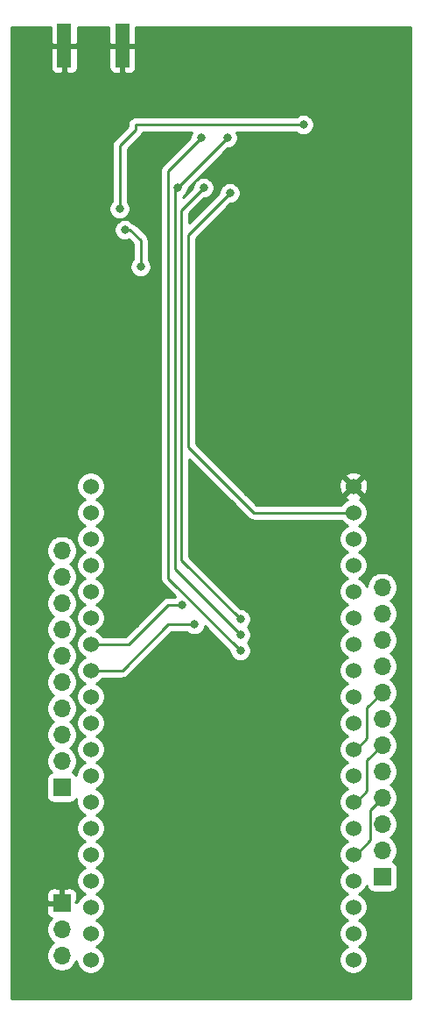
<source format=gbl>
G04 #@! TF.GenerationSoftware,KiCad,Pcbnew,5.1.9+dfsg1-1+deb11u1*
G04 #@! TF.CreationDate,2023-03-18T22:01:19+02:00*
G04 #@! TF.ProjectId,lora_tracker_wide,6c6f7261-5f74-4726-9163-6b65725f7769,rev?*
G04 #@! TF.SameCoordinates,Original*
G04 #@! TF.FileFunction,Copper,L2,Bot*
G04 #@! TF.FilePolarity,Positive*
%FSLAX46Y46*%
G04 Gerber Fmt 4.6, Leading zero omitted, Abs format (unit mm)*
G04 Created by KiCad (PCBNEW 5.1.9+dfsg1-1+deb11u1) date 2023-03-18 22:01:19*
%MOMM*%
%LPD*%
G01*
G04 APERTURE LIST*
G04 #@! TA.AperFunction,SMDPad,CuDef*
%ADD10R,1.350000X4.200000*%
G04 #@! TD*
G04 #@! TA.AperFunction,ComponentPad*
%ADD11R,1.700000X1.700000*%
G04 #@! TD*
G04 #@! TA.AperFunction,ComponentPad*
%ADD12O,1.700000X1.700000*%
G04 #@! TD*
G04 #@! TA.AperFunction,ComponentPad*
%ADD13C,1.524000*%
G04 #@! TD*
G04 #@! TA.AperFunction,ViaPad*
%ADD14C,0.800000*%
G04 #@! TD*
G04 #@! TA.AperFunction,Conductor*
%ADD15C,0.250000*%
G04 #@! TD*
G04 #@! TA.AperFunction,Conductor*
%ADD16C,0.254000*%
G04 #@! TD*
G04 #@! TA.AperFunction,Conductor*
%ADD17C,0.150000*%
G04 #@! TD*
G04 APERTURE END LIST*
D10*
X85121000Y-45720000D03*
X79471000Y-45720000D03*
D11*
X79248000Y-117348000D03*
D12*
X79248000Y-114808000D03*
X79248000Y-112268000D03*
X79248000Y-109728000D03*
X79248000Y-107188000D03*
X79248000Y-104648000D03*
X79248000Y-102108000D03*
X79248000Y-99568000D03*
X79248000Y-97028000D03*
X79248000Y-94488000D03*
D11*
X110236000Y-125984000D03*
D12*
X110236000Y-123444000D03*
X110236000Y-120904000D03*
X110236000Y-118364000D03*
X110236000Y-115824000D03*
X110236000Y-113284000D03*
X110236000Y-110744000D03*
X110236000Y-108204000D03*
X110236000Y-105664000D03*
X110236000Y-103124000D03*
X110236000Y-100584000D03*
X110236000Y-98044000D03*
D11*
X79248000Y-128524000D03*
D12*
X79248000Y-131064000D03*
X79248000Y-133604000D03*
D13*
X82042000Y-88265000D03*
X82042000Y-90805000D03*
X82042000Y-93345000D03*
X82042000Y-95885000D03*
X82042000Y-98425000D03*
X82042000Y-100965000D03*
X82042000Y-103505000D03*
X82042000Y-106045000D03*
X82042000Y-108585000D03*
X82042000Y-111125000D03*
X82042000Y-113665000D03*
X82042000Y-116205000D03*
X82042000Y-118745000D03*
X82042000Y-121285000D03*
X82042000Y-123825000D03*
X82042000Y-126365000D03*
X82042000Y-128905000D03*
X82042000Y-131445000D03*
X107442000Y-133985000D03*
X107442000Y-131445000D03*
X107442000Y-128905000D03*
X107442000Y-126365000D03*
X107442000Y-123825000D03*
X107442000Y-121285000D03*
X107442000Y-118745000D03*
X107442000Y-116205000D03*
X107442000Y-113665000D03*
X107442000Y-111125000D03*
X107442000Y-108585000D03*
X107442000Y-106045000D03*
X107442000Y-103505000D03*
X107442000Y-100965000D03*
X107442000Y-98425000D03*
X107442000Y-95885000D03*
X107442000Y-93345000D03*
X107442000Y-90805000D03*
X82042000Y-133985000D03*
X107442000Y-88265000D03*
D14*
X77216000Y-44704000D03*
X77216000Y-46736000D03*
X77216000Y-48768000D03*
X77216000Y-50800000D03*
X77216000Y-52832000D03*
X79248000Y-53848000D03*
X87884000Y-44704000D03*
X87884000Y-46736000D03*
X87376000Y-48768000D03*
X87376000Y-50800000D03*
X89916000Y-44704000D03*
X91948000Y-44704000D03*
X93980000Y-44704000D03*
X96012000Y-44704000D03*
X98044000Y-44704000D03*
X100076000Y-44704000D03*
X102108000Y-44704000D03*
X104140000Y-44704000D03*
X106172000Y-44704000D03*
X108204000Y-44704000D03*
X110236000Y-44704000D03*
X112268000Y-44704000D03*
X75184000Y-44704000D03*
X75184000Y-46736000D03*
X75184000Y-48768000D03*
X75184000Y-50800000D03*
X75184000Y-52832000D03*
X75184000Y-54864000D03*
X75184000Y-56896000D03*
X75184000Y-58928000D03*
X75184000Y-60960000D03*
X75184000Y-62992000D03*
X75184000Y-65024000D03*
X75184000Y-67056000D03*
X75184000Y-69088000D03*
X75184000Y-71120000D03*
X75184000Y-73152000D03*
X112268000Y-46736000D03*
X112268000Y-48768000D03*
X112268000Y-50800000D03*
X112268000Y-52832000D03*
X112268000Y-54864000D03*
X112268000Y-56896000D03*
X112268000Y-58928000D03*
X112268000Y-60960000D03*
X112268000Y-62992000D03*
X112268000Y-65024000D03*
X112268000Y-67056000D03*
X112268000Y-69088000D03*
X112268000Y-71120000D03*
X112268000Y-73152000D03*
X112268000Y-75184000D03*
X112268000Y-77216000D03*
X75184000Y-75184000D03*
X84836000Y-53848000D03*
X75184000Y-77216000D03*
X75184000Y-79248000D03*
X75184000Y-81280000D03*
X75184000Y-83312000D03*
X75184000Y-85344000D03*
X75184000Y-87376000D03*
X75184000Y-89408000D03*
X75184000Y-91440000D03*
X75184000Y-93472000D03*
X75184000Y-95504000D03*
X75184000Y-97536000D03*
X75184000Y-99568000D03*
X75184000Y-101600000D03*
X75184000Y-103632000D03*
X75184000Y-105664000D03*
X75184000Y-107696000D03*
X75184000Y-109728000D03*
X75184000Y-111760000D03*
X75184000Y-113792000D03*
X75184000Y-115824000D03*
X75184000Y-117856000D03*
X75184000Y-119888000D03*
X75184000Y-121920000D03*
X75184000Y-123952000D03*
X75184000Y-125984000D03*
X75184000Y-128016000D03*
X75184000Y-130048000D03*
X75184000Y-132080000D03*
X75184000Y-134112000D03*
X75184000Y-136144000D03*
X112268000Y-79248000D03*
X112268000Y-81280000D03*
X112268000Y-83312000D03*
X112268000Y-85344000D03*
X112268000Y-87376000D03*
X112268000Y-89408000D03*
X112268000Y-91440000D03*
X112268000Y-93472000D03*
X112268000Y-95504000D03*
X112268000Y-97536000D03*
X112268000Y-99568000D03*
X112268000Y-101600000D03*
X112268000Y-103632000D03*
X112268000Y-105664000D03*
X112268000Y-107696000D03*
X112268000Y-109728000D03*
X112268000Y-111760000D03*
X112268000Y-113792000D03*
X112268000Y-115824000D03*
X112268000Y-117856000D03*
X112268000Y-119888000D03*
X112268000Y-121920000D03*
X112268000Y-123952000D03*
X112268000Y-125984000D03*
X112268000Y-128016000D03*
X112268000Y-130048000D03*
X112268000Y-132080000D03*
X112268000Y-134112000D03*
X112268000Y-136144000D03*
X110744000Y-137160000D03*
X108712000Y-137160000D03*
X106680000Y-137160000D03*
X104648000Y-137160000D03*
X102616000Y-137160000D03*
X100584000Y-137160000D03*
X98552000Y-137160000D03*
X96520000Y-137160000D03*
X94488000Y-137160000D03*
X92456000Y-137160000D03*
X90424000Y-137160000D03*
X88392000Y-137160000D03*
X86360000Y-137160000D03*
X84328000Y-137160000D03*
X82296000Y-137160000D03*
X80264000Y-137160000D03*
X78232000Y-137160000D03*
X76200000Y-137160000D03*
X108204000Y-71120000D03*
X104140000Y-71120000D03*
X104140000Y-63500000D03*
X94488000Y-66040000D03*
X86868000Y-56388000D03*
X86868000Y-59436000D03*
X87884000Y-63500000D03*
X85344000Y-69088000D03*
X105156000Y-56388000D03*
X105156000Y-59944000D03*
X78740000Y-79248000D03*
X82804000Y-79248000D03*
X86360000Y-79248000D03*
X92964000Y-79248000D03*
X96012000Y-79248000D03*
X99060000Y-79248000D03*
X109728000Y-79248000D03*
X99060000Y-82804000D03*
X99060000Y-86360000D03*
X102616000Y-86360000D03*
X106172000Y-85344000D03*
X107696000Y-83312000D03*
X109728000Y-83312000D03*
X109728000Y-81280000D03*
X109728000Y-77216000D03*
X96520000Y-116840000D03*
X101600000Y-116840000D03*
X101600000Y-121920000D03*
X96520000Y-121920000D03*
X96520000Y-127000000D03*
X101600000Y-127000000D03*
X91948000Y-127000000D03*
X91440000Y-121920000D03*
X91440000Y-116840000D03*
X91440000Y-111252000D03*
X91440000Y-106172000D03*
X86868000Y-116840000D03*
X86360000Y-127000000D03*
X91440000Y-132080000D03*
X96520000Y-132080000D03*
X101600000Y-132080000D03*
X96520000Y-111252000D03*
X86360000Y-106680000D03*
X86360000Y-101600000D03*
X86360000Y-96520000D03*
X96520000Y-91440000D03*
X96520000Y-96520000D03*
X96520000Y-86360000D03*
X78740000Y-85344000D03*
X82804000Y-85344000D03*
X101092000Y-56388000D03*
X90895000Y-99695000D03*
X92075000Y-101600000D03*
X102616000Y-53340000D03*
X84836000Y-61468000D03*
X86863347Y-67060653D03*
X85344000Y-63500000D03*
X92710000Y-54610000D03*
X96520000Y-104140000D03*
X95250000Y-54610000D03*
X96520000Y-102616000D03*
X90424000Y-59436000D03*
X96520000Y-101092000D03*
X92964000Y-59436000D03*
X95504000Y-59944000D03*
D15*
X90895000Y-99695000D02*
X89535000Y-99695000D01*
X85725000Y-103505000D02*
X82550000Y-103505000D01*
X89535000Y-99695000D02*
X85725000Y-103505000D01*
X92075000Y-101600000D02*
X89535000Y-101600000D01*
X89535000Y-101600000D02*
X85090000Y-106045000D01*
X85090000Y-106045000D02*
X82550000Y-106045000D01*
X102616000Y-53340000D02*
X86360000Y-53340000D01*
X86360000Y-53340000D02*
X86360000Y-53848000D01*
X86360000Y-53848000D02*
X84836000Y-55372000D01*
X84836000Y-55372000D02*
X84836000Y-61468000D01*
X86863347Y-67060653D02*
X86863347Y-64520653D01*
X86863347Y-64520653D02*
X85842694Y-63500000D01*
X85842694Y-63500000D02*
X85344000Y-63500000D01*
X92710000Y-54610000D02*
X89535000Y-57785000D01*
X89535000Y-57785000D02*
X89535000Y-97155000D01*
X89535000Y-97155000D02*
X96520000Y-104140000D01*
X95250000Y-54610000D02*
X90424000Y-59436000D01*
X90170000Y-59690000D02*
X90170000Y-95885000D01*
X90170000Y-95885000D02*
X90170000Y-96266000D01*
X90170000Y-96266000D02*
X96520000Y-102616000D01*
X90424000Y-59436000D02*
X90170000Y-59690000D01*
X90805000Y-63500000D02*
X90805000Y-95250000D01*
X90805000Y-95250000D02*
X90805000Y-95377000D01*
X90805000Y-95377000D02*
X96520000Y-101092000D01*
X90805000Y-63500000D02*
X90805000Y-61595000D01*
X90805000Y-61595000D02*
X92964000Y-59436000D01*
X97790000Y-90805000D02*
X105410000Y-90805000D01*
X96583600Y-89600010D02*
X96585010Y-89600010D01*
X96585010Y-89600010D02*
X97790000Y-90805000D01*
X91440000Y-84456410D02*
X96583600Y-89600010D01*
X91440000Y-65532000D02*
X91440000Y-64008000D01*
X91440000Y-65532000D02*
X91440000Y-84456410D01*
X91440000Y-65405000D02*
X91440000Y-65532000D01*
X91440000Y-64008000D02*
X95504000Y-59944000D01*
X95504000Y-59944000D02*
X95504000Y-59944000D01*
X105410000Y-90805000D02*
X107696000Y-90805000D01*
X109060999Y-122460001D02*
X107696000Y-123825000D01*
X109060999Y-119539001D02*
X109060999Y-122460001D01*
X110236000Y-118364000D02*
X109060999Y-119539001D01*
X108783001Y-117657999D02*
X107696000Y-118745000D01*
X108783001Y-114736999D02*
X108783001Y-117657999D01*
X110236000Y-113284000D02*
X108783001Y-114736999D01*
X108783001Y-112577999D02*
X107696000Y-113665000D01*
X108783001Y-109656999D02*
X108783001Y-112577999D01*
X110236000Y-108204000D02*
X108783001Y-109656999D01*
D16*
X78161000Y-45434250D02*
X78319750Y-45593000D01*
X79344000Y-45593000D01*
X79344000Y-45573000D01*
X79598000Y-45573000D01*
X79598000Y-45593000D01*
X80622250Y-45593000D01*
X80781000Y-45434250D01*
X80783572Y-43915000D01*
X83808428Y-43915000D01*
X83811000Y-45434250D01*
X83969750Y-45593000D01*
X84994000Y-45593000D01*
X84994000Y-45573000D01*
X85248000Y-45573000D01*
X85248000Y-45593000D01*
X86272250Y-45593000D01*
X86431000Y-45434250D01*
X86433572Y-43915000D01*
X112955000Y-43915000D01*
X112955001Y-137720000D01*
X74370000Y-137720000D01*
X74370000Y-137351440D01*
X74384365Y-137304085D01*
X74395000Y-137196105D01*
X74395000Y-127674000D01*
X77759928Y-127674000D01*
X77763000Y-128238250D01*
X77921750Y-128397000D01*
X79121000Y-128397000D01*
X79121000Y-127197750D01*
X78962250Y-127039000D01*
X78398000Y-127035928D01*
X78273518Y-127048188D01*
X78153820Y-127084498D01*
X78043506Y-127143463D01*
X77946815Y-127222815D01*
X77867463Y-127319506D01*
X77808498Y-127429820D01*
X77772188Y-127549518D01*
X77759928Y-127674000D01*
X74395000Y-127674000D01*
X74395000Y-116498000D01*
X77759928Y-116498000D01*
X77759928Y-118198000D01*
X77772188Y-118322482D01*
X77808498Y-118442180D01*
X77867463Y-118552494D01*
X77946815Y-118649185D01*
X78043506Y-118728537D01*
X78153820Y-118787502D01*
X78273518Y-118823812D01*
X78398000Y-118836072D01*
X80098000Y-118836072D01*
X80222482Y-118823812D01*
X80342180Y-118787502D01*
X80452494Y-118728537D01*
X80549185Y-118649185D01*
X80628537Y-118552494D01*
X80672155Y-118470893D01*
X80645000Y-118607408D01*
X80645000Y-118882592D01*
X80698686Y-119152490D01*
X80803995Y-119406727D01*
X80956880Y-119635535D01*
X81151465Y-119830120D01*
X81380273Y-119983005D01*
X81457515Y-120015000D01*
X81380273Y-120046995D01*
X81151465Y-120199880D01*
X80956880Y-120394465D01*
X80803995Y-120623273D01*
X80698686Y-120877510D01*
X80645000Y-121147408D01*
X80645000Y-121422592D01*
X80698686Y-121692490D01*
X80803995Y-121946727D01*
X80956880Y-122175535D01*
X81151465Y-122370120D01*
X81380273Y-122523005D01*
X81457515Y-122555000D01*
X81380273Y-122586995D01*
X81151465Y-122739880D01*
X80956880Y-122934465D01*
X80803995Y-123163273D01*
X80698686Y-123417510D01*
X80645000Y-123687408D01*
X80645000Y-123962592D01*
X80698686Y-124232490D01*
X80803995Y-124486727D01*
X80956880Y-124715535D01*
X81151465Y-124910120D01*
X81380273Y-125063005D01*
X81457515Y-125095000D01*
X81380273Y-125126995D01*
X81151465Y-125279880D01*
X80956880Y-125474465D01*
X80803995Y-125703273D01*
X80698686Y-125957510D01*
X80645000Y-126227408D01*
X80645000Y-126502592D01*
X80698686Y-126772490D01*
X80803995Y-127026727D01*
X80956880Y-127255535D01*
X81151465Y-127450120D01*
X81380273Y-127603005D01*
X81457515Y-127635000D01*
X81380273Y-127666995D01*
X81151465Y-127819880D01*
X80956880Y-128014465D01*
X80803995Y-128243273D01*
X80733000Y-128414669D01*
X80733000Y-128396998D01*
X80574252Y-128396998D01*
X80733000Y-128238250D01*
X80736072Y-127674000D01*
X80723812Y-127549518D01*
X80687502Y-127429820D01*
X80628537Y-127319506D01*
X80549185Y-127222815D01*
X80452494Y-127143463D01*
X80342180Y-127084498D01*
X80222482Y-127048188D01*
X80098000Y-127035928D01*
X79533750Y-127039000D01*
X79375000Y-127197750D01*
X79375000Y-128397000D01*
X79395000Y-128397000D01*
X79395000Y-128651000D01*
X79375000Y-128651000D01*
X79375000Y-128671000D01*
X79121000Y-128671000D01*
X79121000Y-128651000D01*
X77921750Y-128651000D01*
X77763000Y-128809750D01*
X77759928Y-129374000D01*
X77772188Y-129498482D01*
X77808498Y-129618180D01*
X77867463Y-129728494D01*
X77946815Y-129825185D01*
X78043506Y-129904537D01*
X78153820Y-129963502D01*
X78226380Y-129985513D01*
X78094525Y-130117368D01*
X77932010Y-130360589D01*
X77820068Y-130630842D01*
X77763000Y-130917740D01*
X77763000Y-131210260D01*
X77820068Y-131497158D01*
X77932010Y-131767411D01*
X78094525Y-132010632D01*
X78301368Y-132217475D01*
X78475760Y-132334000D01*
X78301368Y-132450525D01*
X78094525Y-132657368D01*
X77932010Y-132900589D01*
X77820068Y-133170842D01*
X77763000Y-133457740D01*
X77763000Y-133750260D01*
X77820068Y-134037158D01*
X77932010Y-134307411D01*
X78094525Y-134550632D01*
X78301368Y-134757475D01*
X78544589Y-134919990D01*
X78814842Y-135031932D01*
X79101740Y-135089000D01*
X79394260Y-135089000D01*
X79681158Y-135031932D01*
X79951411Y-134919990D01*
X80194632Y-134757475D01*
X80401475Y-134550632D01*
X80563990Y-134307411D01*
X80645000Y-134111835D01*
X80645000Y-134122592D01*
X80698686Y-134392490D01*
X80803995Y-134646727D01*
X80956880Y-134875535D01*
X81151465Y-135070120D01*
X81380273Y-135223005D01*
X81634510Y-135328314D01*
X81904408Y-135382000D01*
X82179592Y-135382000D01*
X82449490Y-135328314D01*
X82703727Y-135223005D01*
X82932535Y-135070120D01*
X83127120Y-134875535D01*
X83280005Y-134646727D01*
X83385314Y-134392490D01*
X83439000Y-134122592D01*
X83439000Y-133847408D01*
X83385314Y-133577510D01*
X83280005Y-133323273D01*
X83127120Y-133094465D01*
X82932535Y-132899880D01*
X82703727Y-132746995D01*
X82626485Y-132715000D01*
X82703727Y-132683005D01*
X82932535Y-132530120D01*
X83127120Y-132335535D01*
X83280005Y-132106727D01*
X83385314Y-131852490D01*
X83439000Y-131582592D01*
X83439000Y-131307408D01*
X83385314Y-131037510D01*
X83280005Y-130783273D01*
X83127120Y-130554465D01*
X82932535Y-130359880D01*
X82703727Y-130206995D01*
X82626485Y-130175000D01*
X82703727Y-130143005D01*
X82932535Y-129990120D01*
X83127120Y-129795535D01*
X83280005Y-129566727D01*
X83385314Y-129312490D01*
X83439000Y-129042592D01*
X83439000Y-128767408D01*
X83385314Y-128497510D01*
X83280005Y-128243273D01*
X83127120Y-128014465D01*
X82932535Y-127819880D01*
X82703727Y-127666995D01*
X82626485Y-127635000D01*
X82703727Y-127603005D01*
X82932535Y-127450120D01*
X83127120Y-127255535D01*
X83280005Y-127026727D01*
X83385314Y-126772490D01*
X83439000Y-126502592D01*
X83439000Y-126227408D01*
X83385314Y-125957510D01*
X83280005Y-125703273D01*
X83127120Y-125474465D01*
X82932535Y-125279880D01*
X82703727Y-125126995D01*
X82626485Y-125095000D01*
X82703727Y-125063005D01*
X82932535Y-124910120D01*
X83127120Y-124715535D01*
X83280005Y-124486727D01*
X83385314Y-124232490D01*
X83439000Y-123962592D01*
X83439000Y-123687408D01*
X83385314Y-123417510D01*
X83280005Y-123163273D01*
X83127120Y-122934465D01*
X82932535Y-122739880D01*
X82703727Y-122586995D01*
X82626485Y-122555000D01*
X82703727Y-122523005D01*
X82932535Y-122370120D01*
X83127120Y-122175535D01*
X83280005Y-121946727D01*
X83385314Y-121692490D01*
X83439000Y-121422592D01*
X83439000Y-121147408D01*
X83385314Y-120877510D01*
X83280005Y-120623273D01*
X83127120Y-120394465D01*
X82932535Y-120199880D01*
X82703727Y-120046995D01*
X82626485Y-120015000D01*
X82703727Y-119983005D01*
X82932535Y-119830120D01*
X83127120Y-119635535D01*
X83280005Y-119406727D01*
X83385314Y-119152490D01*
X83439000Y-118882592D01*
X83439000Y-118607408D01*
X83385314Y-118337510D01*
X83280005Y-118083273D01*
X83127120Y-117854465D01*
X82932535Y-117659880D01*
X82703727Y-117506995D01*
X82626485Y-117475000D01*
X82703727Y-117443005D01*
X82932535Y-117290120D01*
X83127120Y-117095535D01*
X83280005Y-116866727D01*
X83385314Y-116612490D01*
X83439000Y-116342592D01*
X83439000Y-116067408D01*
X83385314Y-115797510D01*
X83280005Y-115543273D01*
X83127120Y-115314465D01*
X82932535Y-115119880D01*
X82703727Y-114966995D01*
X82626485Y-114935000D01*
X82703727Y-114903005D01*
X82932535Y-114750120D01*
X83127120Y-114555535D01*
X83280005Y-114326727D01*
X83385314Y-114072490D01*
X83439000Y-113802592D01*
X83439000Y-113527408D01*
X83385314Y-113257510D01*
X83280005Y-113003273D01*
X83127120Y-112774465D01*
X82932535Y-112579880D01*
X82703727Y-112426995D01*
X82626485Y-112395000D01*
X82703727Y-112363005D01*
X82932535Y-112210120D01*
X83127120Y-112015535D01*
X83280005Y-111786727D01*
X83385314Y-111532490D01*
X83439000Y-111262592D01*
X83439000Y-110987408D01*
X83385314Y-110717510D01*
X83280005Y-110463273D01*
X83127120Y-110234465D01*
X82932535Y-110039880D01*
X82703727Y-109886995D01*
X82626485Y-109855000D01*
X82703727Y-109823005D01*
X82932535Y-109670120D01*
X83127120Y-109475535D01*
X83280005Y-109246727D01*
X83385314Y-108992490D01*
X83439000Y-108722592D01*
X83439000Y-108447408D01*
X83385314Y-108177510D01*
X83280005Y-107923273D01*
X83127120Y-107694465D01*
X82932535Y-107499880D01*
X82703727Y-107346995D01*
X82626485Y-107315000D01*
X82703727Y-107283005D01*
X82932535Y-107130120D01*
X83127120Y-106935535D01*
X83214341Y-106805000D01*
X85052678Y-106805000D01*
X85090000Y-106808676D01*
X85127322Y-106805000D01*
X85127333Y-106805000D01*
X85238986Y-106794003D01*
X85382247Y-106750546D01*
X85514276Y-106679974D01*
X85630001Y-106585001D01*
X85653804Y-106555997D01*
X89849802Y-102360000D01*
X91371289Y-102360000D01*
X91415226Y-102403937D01*
X91584744Y-102517205D01*
X91773102Y-102595226D01*
X91973061Y-102635000D01*
X92176939Y-102635000D01*
X92376898Y-102595226D01*
X92565256Y-102517205D01*
X92734774Y-102403937D01*
X92878937Y-102259774D01*
X92992205Y-102090256D01*
X93070226Y-101901898D01*
X93092934Y-101787736D01*
X95485000Y-104179802D01*
X95485000Y-104241939D01*
X95524774Y-104441898D01*
X95602795Y-104630256D01*
X95716063Y-104799774D01*
X95860226Y-104943937D01*
X96029744Y-105057205D01*
X96218102Y-105135226D01*
X96418061Y-105175000D01*
X96621939Y-105175000D01*
X96821898Y-105135226D01*
X97010256Y-105057205D01*
X97179774Y-104943937D01*
X97323937Y-104799774D01*
X97437205Y-104630256D01*
X97515226Y-104441898D01*
X97555000Y-104241939D01*
X97555000Y-104038061D01*
X97515226Y-103838102D01*
X97437205Y-103649744D01*
X97323937Y-103480226D01*
X97221711Y-103378000D01*
X97323937Y-103275774D01*
X97437205Y-103106256D01*
X97515226Y-102917898D01*
X97555000Y-102717939D01*
X97555000Y-102514061D01*
X97515226Y-102314102D01*
X97437205Y-102125744D01*
X97323937Y-101956226D01*
X97221711Y-101854000D01*
X97323937Y-101751774D01*
X97437205Y-101582256D01*
X97515226Y-101393898D01*
X97555000Y-101193939D01*
X97555000Y-100990061D01*
X97515226Y-100790102D01*
X97437205Y-100601744D01*
X97323937Y-100432226D01*
X97179774Y-100288063D01*
X97010256Y-100174795D01*
X96821898Y-100096774D01*
X96621939Y-100057000D01*
X96559802Y-100057000D01*
X91565000Y-95062199D01*
X91565000Y-85656211D01*
X96019800Y-90111012D01*
X96043599Y-90140011D01*
X96072597Y-90163809D01*
X96080466Y-90170267D01*
X97226201Y-91316003D01*
X97249999Y-91345001D01*
X97365724Y-91439974D01*
X97497753Y-91510546D01*
X97641014Y-91554003D01*
X97752667Y-91565000D01*
X97752676Y-91565000D01*
X97789999Y-91568676D01*
X97827322Y-91565000D01*
X106269659Y-91565000D01*
X106356880Y-91695535D01*
X106551465Y-91890120D01*
X106780273Y-92043005D01*
X106857515Y-92075000D01*
X106780273Y-92106995D01*
X106551465Y-92259880D01*
X106356880Y-92454465D01*
X106203995Y-92683273D01*
X106098686Y-92937510D01*
X106045000Y-93207408D01*
X106045000Y-93482592D01*
X106098686Y-93752490D01*
X106203995Y-94006727D01*
X106356880Y-94235535D01*
X106551465Y-94430120D01*
X106780273Y-94583005D01*
X106857515Y-94615000D01*
X106780273Y-94646995D01*
X106551465Y-94799880D01*
X106356880Y-94994465D01*
X106203995Y-95223273D01*
X106098686Y-95477510D01*
X106045000Y-95747408D01*
X106045000Y-96022592D01*
X106098686Y-96292490D01*
X106203995Y-96546727D01*
X106356880Y-96775535D01*
X106551465Y-96970120D01*
X106780273Y-97123005D01*
X106857515Y-97155000D01*
X106780273Y-97186995D01*
X106551465Y-97339880D01*
X106356880Y-97534465D01*
X106203995Y-97763273D01*
X106098686Y-98017510D01*
X106045000Y-98287408D01*
X106045000Y-98562592D01*
X106098686Y-98832490D01*
X106203995Y-99086727D01*
X106356880Y-99315535D01*
X106551465Y-99510120D01*
X106780273Y-99663005D01*
X106857515Y-99695000D01*
X106780273Y-99726995D01*
X106551465Y-99879880D01*
X106356880Y-100074465D01*
X106203995Y-100303273D01*
X106098686Y-100557510D01*
X106045000Y-100827408D01*
X106045000Y-101102592D01*
X106098686Y-101372490D01*
X106203995Y-101626727D01*
X106356880Y-101855535D01*
X106551465Y-102050120D01*
X106780273Y-102203005D01*
X106857515Y-102235000D01*
X106780273Y-102266995D01*
X106551465Y-102419880D01*
X106356880Y-102614465D01*
X106203995Y-102843273D01*
X106098686Y-103097510D01*
X106045000Y-103367408D01*
X106045000Y-103642592D01*
X106098686Y-103912490D01*
X106203995Y-104166727D01*
X106356880Y-104395535D01*
X106551465Y-104590120D01*
X106780273Y-104743005D01*
X106857515Y-104775000D01*
X106780273Y-104806995D01*
X106551465Y-104959880D01*
X106356880Y-105154465D01*
X106203995Y-105383273D01*
X106098686Y-105637510D01*
X106045000Y-105907408D01*
X106045000Y-106182592D01*
X106098686Y-106452490D01*
X106203995Y-106706727D01*
X106356880Y-106935535D01*
X106551465Y-107130120D01*
X106780273Y-107283005D01*
X106857515Y-107315000D01*
X106780273Y-107346995D01*
X106551465Y-107499880D01*
X106356880Y-107694465D01*
X106203995Y-107923273D01*
X106098686Y-108177510D01*
X106045000Y-108447408D01*
X106045000Y-108722592D01*
X106098686Y-108992490D01*
X106203995Y-109246727D01*
X106356880Y-109475535D01*
X106551465Y-109670120D01*
X106780273Y-109823005D01*
X106857515Y-109855000D01*
X106780273Y-109886995D01*
X106551465Y-110039880D01*
X106356880Y-110234465D01*
X106203995Y-110463273D01*
X106098686Y-110717510D01*
X106045000Y-110987408D01*
X106045000Y-111262592D01*
X106098686Y-111532490D01*
X106203995Y-111786727D01*
X106356880Y-112015535D01*
X106551465Y-112210120D01*
X106780273Y-112363005D01*
X106857515Y-112395000D01*
X106780273Y-112426995D01*
X106551465Y-112579880D01*
X106356880Y-112774465D01*
X106203995Y-113003273D01*
X106098686Y-113257510D01*
X106045000Y-113527408D01*
X106045000Y-113802592D01*
X106098686Y-114072490D01*
X106203995Y-114326727D01*
X106356880Y-114555535D01*
X106551465Y-114750120D01*
X106780273Y-114903005D01*
X106857515Y-114935000D01*
X106780273Y-114966995D01*
X106551465Y-115119880D01*
X106356880Y-115314465D01*
X106203995Y-115543273D01*
X106098686Y-115797510D01*
X106045000Y-116067408D01*
X106045000Y-116342592D01*
X106098686Y-116612490D01*
X106203995Y-116866727D01*
X106356880Y-117095535D01*
X106551465Y-117290120D01*
X106780273Y-117443005D01*
X106857515Y-117475000D01*
X106780273Y-117506995D01*
X106551465Y-117659880D01*
X106356880Y-117854465D01*
X106203995Y-118083273D01*
X106098686Y-118337510D01*
X106045000Y-118607408D01*
X106045000Y-118882592D01*
X106098686Y-119152490D01*
X106203995Y-119406727D01*
X106356880Y-119635535D01*
X106551465Y-119830120D01*
X106780273Y-119983005D01*
X106857515Y-120015000D01*
X106780273Y-120046995D01*
X106551465Y-120199880D01*
X106356880Y-120394465D01*
X106203995Y-120623273D01*
X106098686Y-120877510D01*
X106045000Y-121147408D01*
X106045000Y-121422592D01*
X106098686Y-121692490D01*
X106203995Y-121946727D01*
X106356880Y-122175535D01*
X106551465Y-122370120D01*
X106780273Y-122523005D01*
X106857515Y-122555000D01*
X106780273Y-122586995D01*
X106551465Y-122739880D01*
X106356880Y-122934465D01*
X106203995Y-123163273D01*
X106098686Y-123417510D01*
X106045000Y-123687408D01*
X106045000Y-123962592D01*
X106098686Y-124232490D01*
X106203995Y-124486727D01*
X106356880Y-124715535D01*
X106551465Y-124910120D01*
X106780273Y-125063005D01*
X106857515Y-125095000D01*
X106780273Y-125126995D01*
X106551465Y-125279880D01*
X106356880Y-125474465D01*
X106203995Y-125703273D01*
X106098686Y-125957510D01*
X106045000Y-126227408D01*
X106045000Y-126502592D01*
X106098686Y-126772490D01*
X106203995Y-127026727D01*
X106356880Y-127255535D01*
X106551465Y-127450120D01*
X106780273Y-127603005D01*
X106857515Y-127635000D01*
X106780273Y-127666995D01*
X106551465Y-127819880D01*
X106356880Y-128014465D01*
X106203995Y-128243273D01*
X106098686Y-128497510D01*
X106045000Y-128767408D01*
X106045000Y-129042592D01*
X106098686Y-129312490D01*
X106203995Y-129566727D01*
X106356880Y-129795535D01*
X106551465Y-129990120D01*
X106780273Y-130143005D01*
X106857515Y-130175000D01*
X106780273Y-130206995D01*
X106551465Y-130359880D01*
X106356880Y-130554465D01*
X106203995Y-130783273D01*
X106098686Y-131037510D01*
X106045000Y-131307408D01*
X106045000Y-131582592D01*
X106098686Y-131852490D01*
X106203995Y-132106727D01*
X106356880Y-132335535D01*
X106551465Y-132530120D01*
X106780273Y-132683005D01*
X106857515Y-132715000D01*
X106780273Y-132746995D01*
X106551465Y-132899880D01*
X106356880Y-133094465D01*
X106203995Y-133323273D01*
X106098686Y-133577510D01*
X106045000Y-133847408D01*
X106045000Y-134122592D01*
X106098686Y-134392490D01*
X106203995Y-134646727D01*
X106356880Y-134875535D01*
X106551465Y-135070120D01*
X106780273Y-135223005D01*
X107034510Y-135328314D01*
X107304408Y-135382000D01*
X107579592Y-135382000D01*
X107849490Y-135328314D01*
X108103727Y-135223005D01*
X108332535Y-135070120D01*
X108527120Y-134875535D01*
X108680005Y-134646727D01*
X108785314Y-134392490D01*
X108839000Y-134122592D01*
X108839000Y-133847408D01*
X108785314Y-133577510D01*
X108680005Y-133323273D01*
X108527120Y-133094465D01*
X108332535Y-132899880D01*
X108103727Y-132746995D01*
X108026485Y-132715000D01*
X108103727Y-132683005D01*
X108332535Y-132530120D01*
X108527120Y-132335535D01*
X108680005Y-132106727D01*
X108785314Y-131852490D01*
X108839000Y-131582592D01*
X108839000Y-131307408D01*
X108785314Y-131037510D01*
X108680005Y-130783273D01*
X108527120Y-130554465D01*
X108332535Y-130359880D01*
X108103727Y-130206995D01*
X108026485Y-130175000D01*
X108103727Y-130143005D01*
X108332535Y-129990120D01*
X108527120Y-129795535D01*
X108680005Y-129566727D01*
X108785314Y-129312490D01*
X108839000Y-129042592D01*
X108839000Y-128767408D01*
X108785314Y-128497510D01*
X108680005Y-128243273D01*
X108527120Y-128014465D01*
X108332535Y-127819880D01*
X108103727Y-127666995D01*
X108026485Y-127635000D01*
X108103727Y-127603005D01*
X108332535Y-127450120D01*
X108527120Y-127255535D01*
X108680005Y-127026727D01*
X108750215Y-126857225D01*
X108760188Y-126958482D01*
X108796498Y-127078180D01*
X108855463Y-127188494D01*
X108934815Y-127285185D01*
X109031506Y-127364537D01*
X109141820Y-127423502D01*
X109261518Y-127459812D01*
X109386000Y-127472072D01*
X111086000Y-127472072D01*
X111210482Y-127459812D01*
X111330180Y-127423502D01*
X111440494Y-127364537D01*
X111537185Y-127285185D01*
X111616537Y-127188494D01*
X111675502Y-127078180D01*
X111711812Y-126958482D01*
X111724072Y-126834000D01*
X111724072Y-125134000D01*
X111711812Y-125009518D01*
X111675502Y-124889820D01*
X111616537Y-124779506D01*
X111537185Y-124682815D01*
X111440494Y-124603463D01*
X111330180Y-124544498D01*
X111257620Y-124522487D01*
X111389475Y-124390632D01*
X111551990Y-124147411D01*
X111663932Y-123877158D01*
X111721000Y-123590260D01*
X111721000Y-123297740D01*
X111663932Y-123010842D01*
X111551990Y-122740589D01*
X111389475Y-122497368D01*
X111182632Y-122290525D01*
X111008240Y-122174000D01*
X111182632Y-122057475D01*
X111389475Y-121850632D01*
X111551990Y-121607411D01*
X111663932Y-121337158D01*
X111721000Y-121050260D01*
X111721000Y-120757740D01*
X111663932Y-120470842D01*
X111551990Y-120200589D01*
X111389475Y-119957368D01*
X111182632Y-119750525D01*
X111008240Y-119634000D01*
X111182632Y-119517475D01*
X111389475Y-119310632D01*
X111551990Y-119067411D01*
X111663932Y-118797158D01*
X111721000Y-118510260D01*
X111721000Y-118217740D01*
X111663932Y-117930842D01*
X111551990Y-117660589D01*
X111389475Y-117417368D01*
X111182632Y-117210525D01*
X111008240Y-117094000D01*
X111182632Y-116977475D01*
X111389475Y-116770632D01*
X111551990Y-116527411D01*
X111663932Y-116257158D01*
X111721000Y-115970260D01*
X111721000Y-115677740D01*
X111663932Y-115390842D01*
X111551990Y-115120589D01*
X111389475Y-114877368D01*
X111182632Y-114670525D01*
X111008240Y-114554000D01*
X111182632Y-114437475D01*
X111389475Y-114230632D01*
X111551990Y-113987411D01*
X111663932Y-113717158D01*
X111721000Y-113430260D01*
X111721000Y-113137740D01*
X111663932Y-112850842D01*
X111551990Y-112580589D01*
X111389475Y-112337368D01*
X111182632Y-112130525D01*
X111008240Y-112014000D01*
X111182632Y-111897475D01*
X111389475Y-111690632D01*
X111551990Y-111447411D01*
X111663932Y-111177158D01*
X111721000Y-110890260D01*
X111721000Y-110597740D01*
X111663932Y-110310842D01*
X111551990Y-110040589D01*
X111389475Y-109797368D01*
X111182632Y-109590525D01*
X111008240Y-109474000D01*
X111182632Y-109357475D01*
X111389475Y-109150632D01*
X111551990Y-108907411D01*
X111663932Y-108637158D01*
X111721000Y-108350260D01*
X111721000Y-108057740D01*
X111663932Y-107770842D01*
X111551990Y-107500589D01*
X111389475Y-107257368D01*
X111182632Y-107050525D01*
X111008240Y-106934000D01*
X111182632Y-106817475D01*
X111389475Y-106610632D01*
X111551990Y-106367411D01*
X111663932Y-106097158D01*
X111721000Y-105810260D01*
X111721000Y-105517740D01*
X111663932Y-105230842D01*
X111551990Y-104960589D01*
X111389475Y-104717368D01*
X111182632Y-104510525D01*
X111008240Y-104394000D01*
X111182632Y-104277475D01*
X111389475Y-104070632D01*
X111551990Y-103827411D01*
X111663932Y-103557158D01*
X111721000Y-103270260D01*
X111721000Y-102977740D01*
X111663932Y-102690842D01*
X111551990Y-102420589D01*
X111389475Y-102177368D01*
X111182632Y-101970525D01*
X111008240Y-101854000D01*
X111182632Y-101737475D01*
X111389475Y-101530632D01*
X111551990Y-101287411D01*
X111663932Y-101017158D01*
X111721000Y-100730260D01*
X111721000Y-100437740D01*
X111663932Y-100150842D01*
X111551990Y-99880589D01*
X111389475Y-99637368D01*
X111182632Y-99430525D01*
X111008240Y-99314000D01*
X111182632Y-99197475D01*
X111389475Y-98990632D01*
X111551990Y-98747411D01*
X111663932Y-98477158D01*
X111721000Y-98190260D01*
X111721000Y-97897740D01*
X111663932Y-97610842D01*
X111551990Y-97340589D01*
X111389475Y-97097368D01*
X111182632Y-96890525D01*
X110939411Y-96728010D01*
X110669158Y-96616068D01*
X110382260Y-96559000D01*
X110089740Y-96559000D01*
X109802842Y-96616068D01*
X109532589Y-96728010D01*
X109289368Y-96890525D01*
X109082525Y-97097368D01*
X108920010Y-97340589D01*
X108808068Y-97610842D01*
X108751000Y-97897740D01*
X108751000Y-97934669D01*
X108680005Y-97763273D01*
X108527120Y-97534465D01*
X108332535Y-97339880D01*
X108103727Y-97186995D01*
X108026485Y-97155000D01*
X108103727Y-97123005D01*
X108332535Y-96970120D01*
X108527120Y-96775535D01*
X108680005Y-96546727D01*
X108785314Y-96292490D01*
X108839000Y-96022592D01*
X108839000Y-95747408D01*
X108785314Y-95477510D01*
X108680005Y-95223273D01*
X108527120Y-94994465D01*
X108332535Y-94799880D01*
X108103727Y-94646995D01*
X108026485Y-94615000D01*
X108103727Y-94583005D01*
X108332535Y-94430120D01*
X108527120Y-94235535D01*
X108680005Y-94006727D01*
X108785314Y-93752490D01*
X108839000Y-93482592D01*
X108839000Y-93207408D01*
X108785314Y-92937510D01*
X108680005Y-92683273D01*
X108527120Y-92454465D01*
X108332535Y-92259880D01*
X108103727Y-92106995D01*
X108026485Y-92075000D01*
X108103727Y-92043005D01*
X108332535Y-91890120D01*
X108527120Y-91695535D01*
X108680005Y-91466727D01*
X108785314Y-91212490D01*
X108839000Y-90942592D01*
X108839000Y-90667408D01*
X108785314Y-90397510D01*
X108680005Y-90143273D01*
X108527120Y-89914465D01*
X108332535Y-89719880D01*
X108103727Y-89566995D01*
X108032057Y-89537308D01*
X108045023Y-89532636D01*
X108160980Y-89470656D01*
X108227960Y-89230565D01*
X107442000Y-88444605D01*
X106656040Y-89230565D01*
X106723020Y-89470656D01*
X106858760Y-89534485D01*
X106780273Y-89566995D01*
X106551465Y-89719880D01*
X106356880Y-89914465D01*
X106269659Y-90045000D01*
X98104802Y-90045000D01*
X97148814Y-89089013D01*
X97125011Y-89060009D01*
X97088150Y-89029758D01*
X96395409Y-88337017D01*
X106040090Y-88337017D01*
X106081078Y-88609133D01*
X106174364Y-88868023D01*
X106236344Y-88983980D01*
X106476435Y-89050960D01*
X107262395Y-88265000D01*
X107621605Y-88265000D01*
X108407565Y-89050960D01*
X108647656Y-88983980D01*
X108764756Y-88734952D01*
X108831023Y-88467865D01*
X108843910Y-88192983D01*
X108802922Y-87920867D01*
X108709636Y-87661977D01*
X108647656Y-87546020D01*
X108407565Y-87479040D01*
X107621605Y-88265000D01*
X107262395Y-88265000D01*
X106476435Y-87479040D01*
X106236344Y-87546020D01*
X106119244Y-87795048D01*
X106052977Y-88062135D01*
X106040090Y-88337017D01*
X96395409Y-88337017D01*
X95357827Y-87299435D01*
X106656040Y-87299435D01*
X107442000Y-88085395D01*
X108227960Y-87299435D01*
X108160980Y-87059344D01*
X107911952Y-86942244D01*
X107644865Y-86875977D01*
X107369983Y-86863090D01*
X107097867Y-86904078D01*
X106838977Y-86997364D01*
X106723020Y-87059344D01*
X106656040Y-87299435D01*
X95357827Y-87299435D01*
X92200000Y-84141609D01*
X92200000Y-64322801D01*
X95543802Y-60979000D01*
X95605939Y-60979000D01*
X95805898Y-60939226D01*
X95994256Y-60861205D01*
X96163774Y-60747937D01*
X96307937Y-60603774D01*
X96421205Y-60434256D01*
X96499226Y-60245898D01*
X96539000Y-60045939D01*
X96539000Y-59842061D01*
X96499226Y-59642102D01*
X96421205Y-59453744D01*
X96307937Y-59284226D01*
X96163774Y-59140063D01*
X95994256Y-59026795D01*
X95805898Y-58948774D01*
X95605939Y-58909000D01*
X95402061Y-58909000D01*
X95202102Y-58948774D01*
X95013744Y-59026795D01*
X94844226Y-59140063D01*
X94700063Y-59284226D01*
X94586795Y-59453744D01*
X94508774Y-59642102D01*
X94469000Y-59842061D01*
X94469000Y-59904198D01*
X91565000Y-62808199D01*
X91565000Y-61909801D01*
X93003802Y-60471000D01*
X93065939Y-60471000D01*
X93265898Y-60431226D01*
X93454256Y-60353205D01*
X93623774Y-60239937D01*
X93767937Y-60095774D01*
X93881205Y-59926256D01*
X93959226Y-59737898D01*
X93999000Y-59537939D01*
X93999000Y-59334061D01*
X93959226Y-59134102D01*
X93881205Y-58945744D01*
X93767937Y-58776226D01*
X93623774Y-58632063D01*
X93454256Y-58518795D01*
X93265898Y-58440774D01*
X93065939Y-58401000D01*
X92862061Y-58401000D01*
X92662102Y-58440774D01*
X92473744Y-58518795D01*
X92304226Y-58632063D01*
X92160063Y-58776226D01*
X92046795Y-58945744D01*
X91968774Y-59134102D01*
X91929000Y-59334061D01*
X91929000Y-59396198D01*
X90930000Y-60395199D01*
X90930000Y-60342685D01*
X91083774Y-60239937D01*
X91227937Y-60095774D01*
X91341205Y-59926256D01*
X91419226Y-59737898D01*
X91459000Y-59537939D01*
X91459000Y-59475801D01*
X95289802Y-55645000D01*
X95351939Y-55645000D01*
X95551898Y-55605226D01*
X95740256Y-55527205D01*
X95909774Y-55413937D01*
X96053937Y-55269774D01*
X96167205Y-55100256D01*
X96245226Y-54911898D01*
X96285000Y-54711939D01*
X96285000Y-54508061D01*
X96245226Y-54308102D01*
X96167205Y-54119744D01*
X96154013Y-54100000D01*
X101912289Y-54100000D01*
X101956226Y-54143937D01*
X102125744Y-54257205D01*
X102314102Y-54335226D01*
X102514061Y-54375000D01*
X102717939Y-54375000D01*
X102917898Y-54335226D01*
X103106256Y-54257205D01*
X103275774Y-54143937D01*
X103419937Y-53999774D01*
X103533205Y-53830256D01*
X103611226Y-53641898D01*
X103651000Y-53441939D01*
X103651000Y-53238061D01*
X103611226Y-53038102D01*
X103533205Y-52849744D01*
X103419937Y-52680226D01*
X103275774Y-52536063D01*
X103106256Y-52422795D01*
X102917898Y-52344774D01*
X102717939Y-52305000D01*
X102514061Y-52305000D01*
X102314102Y-52344774D01*
X102125744Y-52422795D01*
X101956226Y-52536063D01*
X101912289Y-52580000D01*
X86397333Y-52580000D01*
X86360000Y-52576323D01*
X86322667Y-52580000D01*
X86211014Y-52590997D01*
X86067753Y-52634454D01*
X85935724Y-52705026D01*
X85819999Y-52799999D01*
X85725026Y-52915724D01*
X85654454Y-53047753D01*
X85610997Y-53191014D01*
X85596323Y-53340000D01*
X85600000Y-53377333D01*
X85600000Y-53533197D01*
X84325002Y-54808197D01*
X84295999Y-54831999D01*
X84240871Y-54899174D01*
X84201026Y-54947724D01*
X84154763Y-55034276D01*
X84130454Y-55079754D01*
X84086997Y-55223015D01*
X84076000Y-55334668D01*
X84076000Y-55334678D01*
X84072324Y-55372000D01*
X84076000Y-55409323D01*
X84076001Y-60764288D01*
X84032063Y-60808226D01*
X83918795Y-60977744D01*
X83840774Y-61166102D01*
X83801000Y-61366061D01*
X83801000Y-61569939D01*
X83840774Y-61769898D01*
X83918795Y-61958256D01*
X84032063Y-62127774D01*
X84176226Y-62271937D01*
X84345744Y-62385205D01*
X84534102Y-62463226D01*
X84734061Y-62503000D01*
X84937939Y-62503000D01*
X85137898Y-62463226D01*
X85326256Y-62385205D01*
X85495774Y-62271937D01*
X85639937Y-62127774D01*
X85753205Y-61958256D01*
X85831226Y-61769898D01*
X85871000Y-61569939D01*
X85871000Y-61366061D01*
X85831226Y-61166102D01*
X85753205Y-60977744D01*
X85639937Y-60808226D01*
X85596000Y-60764289D01*
X85596000Y-55686801D01*
X86871008Y-54411795D01*
X86900001Y-54388001D01*
X86923795Y-54359008D01*
X86923799Y-54359004D01*
X86994973Y-54272277D01*
X86994974Y-54272276D01*
X87065546Y-54140247D01*
X87077755Y-54100000D01*
X91805987Y-54100000D01*
X91792795Y-54119744D01*
X91714774Y-54308102D01*
X91675000Y-54508061D01*
X91675000Y-54570198D01*
X89024003Y-57221196D01*
X88994999Y-57244999D01*
X88939871Y-57312174D01*
X88900026Y-57360724D01*
X88829455Y-57492753D01*
X88829454Y-57492754D01*
X88785997Y-57636015D01*
X88775000Y-57747668D01*
X88775000Y-57747678D01*
X88771324Y-57785000D01*
X88775000Y-57822322D01*
X88775001Y-97117667D01*
X88771324Y-97155000D01*
X88785998Y-97303985D01*
X88829454Y-97447246D01*
X88900026Y-97579276D01*
X88971201Y-97666002D01*
X88995000Y-97695001D01*
X89023998Y-97718799D01*
X90215744Y-98910545D01*
X90191289Y-98935000D01*
X89572325Y-98935000D01*
X89535000Y-98931324D01*
X89497675Y-98935000D01*
X89497667Y-98935000D01*
X89386014Y-98945997D01*
X89242753Y-98989454D01*
X89110724Y-99060026D01*
X88994999Y-99154999D01*
X88971201Y-99183997D01*
X85410199Y-102745000D01*
X83214341Y-102745000D01*
X83127120Y-102614465D01*
X82932535Y-102419880D01*
X82703727Y-102266995D01*
X82626485Y-102235000D01*
X82703727Y-102203005D01*
X82932535Y-102050120D01*
X83127120Y-101855535D01*
X83280005Y-101626727D01*
X83385314Y-101372490D01*
X83439000Y-101102592D01*
X83439000Y-100827408D01*
X83385314Y-100557510D01*
X83280005Y-100303273D01*
X83127120Y-100074465D01*
X82932535Y-99879880D01*
X82703727Y-99726995D01*
X82626485Y-99695000D01*
X82703727Y-99663005D01*
X82932535Y-99510120D01*
X83127120Y-99315535D01*
X83280005Y-99086727D01*
X83385314Y-98832490D01*
X83439000Y-98562592D01*
X83439000Y-98287408D01*
X83385314Y-98017510D01*
X83280005Y-97763273D01*
X83127120Y-97534465D01*
X82932535Y-97339880D01*
X82703727Y-97186995D01*
X82626485Y-97155000D01*
X82703727Y-97123005D01*
X82932535Y-96970120D01*
X83127120Y-96775535D01*
X83280005Y-96546727D01*
X83385314Y-96292490D01*
X83439000Y-96022592D01*
X83439000Y-95747408D01*
X83385314Y-95477510D01*
X83280005Y-95223273D01*
X83127120Y-94994465D01*
X82932535Y-94799880D01*
X82703727Y-94646995D01*
X82626485Y-94615000D01*
X82703727Y-94583005D01*
X82932535Y-94430120D01*
X83127120Y-94235535D01*
X83280005Y-94006727D01*
X83385314Y-93752490D01*
X83439000Y-93482592D01*
X83439000Y-93207408D01*
X83385314Y-92937510D01*
X83280005Y-92683273D01*
X83127120Y-92454465D01*
X82932535Y-92259880D01*
X82703727Y-92106995D01*
X82626485Y-92075000D01*
X82703727Y-92043005D01*
X82932535Y-91890120D01*
X83127120Y-91695535D01*
X83280005Y-91466727D01*
X83385314Y-91212490D01*
X83439000Y-90942592D01*
X83439000Y-90667408D01*
X83385314Y-90397510D01*
X83280005Y-90143273D01*
X83127120Y-89914465D01*
X82932535Y-89719880D01*
X82703727Y-89566995D01*
X82626485Y-89535000D01*
X82703727Y-89503005D01*
X82932535Y-89350120D01*
X83127120Y-89155535D01*
X83280005Y-88926727D01*
X83385314Y-88672490D01*
X83439000Y-88402592D01*
X83439000Y-88127408D01*
X83385314Y-87857510D01*
X83280005Y-87603273D01*
X83127120Y-87374465D01*
X82932535Y-87179880D01*
X82703727Y-87026995D01*
X82449490Y-86921686D01*
X82179592Y-86868000D01*
X81904408Y-86868000D01*
X81634510Y-86921686D01*
X81380273Y-87026995D01*
X81151465Y-87179880D01*
X80956880Y-87374465D01*
X80803995Y-87603273D01*
X80698686Y-87857510D01*
X80645000Y-88127408D01*
X80645000Y-88402592D01*
X80698686Y-88672490D01*
X80803995Y-88926727D01*
X80956880Y-89155535D01*
X81151465Y-89350120D01*
X81380273Y-89503005D01*
X81457515Y-89535000D01*
X81380273Y-89566995D01*
X81151465Y-89719880D01*
X80956880Y-89914465D01*
X80803995Y-90143273D01*
X80698686Y-90397510D01*
X80645000Y-90667408D01*
X80645000Y-90942592D01*
X80698686Y-91212490D01*
X80803995Y-91466727D01*
X80956880Y-91695535D01*
X81151465Y-91890120D01*
X81380273Y-92043005D01*
X81457515Y-92075000D01*
X81380273Y-92106995D01*
X81151465Y-92259880D01*
X80956880Y-92454465D01*
X80803995Y-92683273D01*
X80698686Y-92937510D01*
X80645000Y-93207408D01*
X80645000Y-93482592D01*
X80698686Y-93752490D01*
X80803995Y-94006727D01*
X80956880Y-94235535D01*
X81151465Y-94430120D01*
X81380273Y-94583005D01*
X81457515Y-94615000D01*
X81380273Y-94646995D01*
X81151465Y-94799880D01*
X80956880Y-94994465D01*
X80803995Y-95223273D01*
X80698686Y-95477510D01*
X80645000Y-95747408D01*
X80645000Y-96022592D01*
X80698686Y-96292490D01*
X80803995Y-96546727D01*
X80956880Y-96775535D01*
X81151465Y-96970120D01*
X81380273Y-97123005D01*
X81457515Y-97155000D01*
X81380273Y-97186995D01*
X81151465Y-97339880D01*
X80956880Y-97534465D01*
X80803995Y-97763273D01*
X80698686Y-98017510D01*
X80645000Y-98287408D01*
X80645000Y-98562592D01*
X80698686Y-98832490D01*
X80803995Y-99086727D01*
X80956880Y-99315535D01*
X81151465Y-99510120D01*
X81380273Y-99663005D01*
X81457515Y-99695000D01*
X81380273Y-99726995D01*
X81151465Y-99879880D01*
X80956880Y-100074465D01*
X80803995Y-100303273D01*
X80698686Y-100557510D01*
X80645000Y-100827408D01*
X80645000Y-101102592D01*
X80698686Y-101372490D01*
X80803995Y-101626727D01*
X80956880Y-101855535D01*
X81151465Y-102050120D01*
X81380273Y-102203005D01*
X81457515Y-102235000D01*
X81380273Y-102266995D01*
X81151465Y-102419880D01*
X80956880Y-102614465D01*
X80803995Y-102843273D01*
X80698686Y-103097510D01*
X80645000Y-103367408D01*
X80645000Y-103642592D01*
X80698686Y-103912490D01*
X80803995Y-104166727D01*
X80956880Y-104395535D01*
X81151465Y-104590120D01*
X81380273Y-104743005D01*
X81457515Y-104775000D01*
X81380273Y-104806995D01*
X81151465Y-104959880D01*
X80956880Y-105154465D01*
X80803995Y-105383273D01*
X80698686Y-105637510D01*
X80645000Y-105907408D01*
X80645000Y-106182592D01*
X80698686Y-106452490D01*
X80803995Y-106706727D01*
X80956880Y-106935535D01*
X81151465Y-107130120D01*
X81380273Y-107283005D01*
X81457515Y-107315000D01*
X81380273Y-107346995D01*
X81151465Y-107499880D01*
X80956880Y-107694465D01*
X80803995Y-107923273D01*
X80698686Y-108177510D01*
X80645000Y-108447408D01*
X80645000Y-108722592D01*
X80698686Y-108992490D01*
X80803995Y-109246727D01*
X80956880Y-109475535D01*
X81151465Y-109670120D01*
X81380273Y-109823005D01*
X81457515Y-109855000D01*
X81380273Y-109886995D01*
X81151465Y-110039880D01*
X80956880Y-110234465D01*
X80803995Y-110463273D01*
X80698686Y-110717510D01*
X80645000Y-110987408D01*
X80645000Y-111262592D01*
X80698686Y-111532490D01*
X80803995Y-111786727D01*
X80956880Y-112015535D01*
X81151465Y-112210120D01*
X81380273Y-112363005D01*
X81457515Y-112395000D01*
X81380273Y-112426995D01*
X81151465Y-112579880D01*
X80956880Y-112774465D01*
X80803995Y-113003273D01*
X80698686Y-113257510D01*
X80645000Y-113527408D01*
X80645000Y-113802592D01*
X80698686Y-114072490D01*
X80803995Y-114326727D01*
X80956880Y-114555535D01*
X81151465Y-114750120D01*
X81380273Y-114903005D01*
X81457515Y-114935000D01*
X81380273Y-114966995D01*
X81151465Y-115119880D01*
X80956880Y-115314465D01*
X80803995Y-115543273D01*
X80698686Y-115797510D01*
X80645000Y-116067408D01*
X80645000Y-116174306D01*
X80628537Y-116143506D01*
X80549185Y-116046815D01*
X80452494Y-115967463D01*
X80342180Y-115908498D01*
X80269620Y-115886487D01*
X80401475Y-115754632D01*
X80563990Y-115511411D01*
X80675932Y-115241158D01*
X80733000Y-114954260D01*
X80733000Y-114661740D01*
X80675932Y-114374842D01*
X80563990Y-114104589D01*
X80401475Y-113861368D01*
X80194632Y-113654525D01*
X80020240Y-113538000D01*
X80194632Y-113421475D01*
X80401475Y-113214632D01*
X80563990Y-112971411D01*
X80675932Y-112701158D01*
X80733000Y-112414260D01*
X80733000Y-112121740D01*
X80675932Y-111834842D01*
X80563990Y-111564589D01*
X80401475Y-111321368D01*
X80194632Y-111114525D01*
X80020240Y-110998000D01*
X80194632Y-110881475D01*
X80401475Y-110674632D01*
X80563990Y-110431411D01*
X80675932Y-110161158D01*
X80733000Y-109874260D01*
X80733000Y-109581740D01*
X80675932Y-109294842D01*
X80563990Y-109024589D01*
X80401475Y-108781368D01*
X80194632Y-108574525D01*
X80020240Y-108458000D01*
X80194632Y-108341475D01*
X80401475Y-108134632D01*
X80563990Y-107891411D01*
X80675932Y-107621158D01*
X80733000Y-107334260D01*
X80733000Y-107041740D01*
X80675932Y-106754842D01*
X80563990Y-106484589D01*
X80401475Y-106241368D01*
X80194632Y-106034525D01*
X80020240Y-105918000D01*
X80194632Y-105801475D01*
X80401475Y-105594632D01*
X80563990Y-105351411D01*
X80675932Y-105081158D01*
X80733000Y-104794260D01*
X80733000Y-104501740D01*
X80675932Y-104214842D01*
X80563990Y-103944589D01*
X80401475Y-103701368D01*
X80194632Y-103494525D01*
X80020240Y-103378000D01*
X80194632Y-103261475D01*
X80401475Y-103054632D01*
X80563990Y-102811411D01*
X80675932Y-102541158D01*
X80733000Y-102254260D01*
X80733000Y-101961740D01*
X80675932Y-101674842D01*
X80563990Y-101404589D01*
X80401475Y-101161368D01*
X80194632Y-100954525D01*
X80020240Y-100838000D01*
X80194632Y-100721475D01*
X80401475Y-100514632D01*
X80563990Y-100271411D01*
X80675932Y-100001158D01*
X80733000Y-99714260D01*
X80733000Y-99421740D01*
X80675932Y-99134842D01*
X80563990Y-98864589D01*
X80401475Y-98621368D01*
X80194632Y-98414525D01*
X80020240Y-98298000D01*
X80194632Y-98181475D01*
X80401475Y-97974632D01*
X80563990Y-97731411D01*
X80675932Y-97461158D01*
X80733000Y-97174260D01*
X80733000Y-96881740D01*
X80675932Y-96594842D01*
X80563990Y-96324589D01*
X80401475Y-96081368D01*
X80194632Y-95874525D01*
X80020240Y-95758000D01*
X80194632Y-95641475D01*
X80401475Y-95434632D01*
X80563990Y-95191411D01*
X80675932Y-94921158D01*
X80733000Y-94634260D01*
X80733000Y-94341740D01*
X80675932Y-94054842D01*
X80563990Y-93784589D01*
X80401475Y-93541368D01*
X80194632Y-93334525D01*
X79951411Y-93172010D01*
X79681158Y-93060068D01*
X79394260Y-93003000D01*
X79101740Y-93003000D01*
X78814842Y-93060068D01*
X78544589Y-93172010D01*
X78301368Y-93334525D01*
X78094525Y-93541368D01*
X77932010Y-93784589D01*
X77820068Y-94054842D01*
X77763000Y-94341740D01*
X77763000Y-94634260D01*
X77820068Y-94921158D01*
X77932010Y-95191411D01*
X78094525Y-95434632D01*
X78301368Y-95641475D01*
X78475760Y-95758000D01*
X78301368Y-95874525D01*
X78094525Y-96081368D01*
X77932010Y-96324589D01*
X77820068Y-96594842D01*
X77763000Y-96881740D01*
X77763000Y-97174260D01*
X77820068Y-97461158D01*
X77932010Y-97731411D01*
X78094525Y-97974632D01*
X78301368Y-98181475D01*
X78475760Y-98298000D01*
X78301368Y-98414525D01*
X78094525Y-98621368D01*
X77932010Y-98864589D01*
X77820068Y-99134842D01*
X77763000Y-99421740D01*
X77763000Y-99714260D01*
X77820068Y-100001158D01*
X77932010Y-100271411D01*
X78094525Y-100514632D01*
X78301368Y-100721475D01*
X78475760Y-100838000D01*
X78301368Y-100954525D01*
X78094525Y-101161368D01*
X77932010Y-101404589D01*
X77820068Y-101674842D01*
X77763000Y-101961740D01*
X77763000Y-102254260D01*
X77820068Y-102541158D01*
X77932010Y-102811411D01*
X78094525Y-103054632D01*
X78301368Y-103261475D01*
X78475760Y-103378000D01*
X78301368Y-103494525D01*
X78094525Y-103701368D01*
X77932010Y-103944589D01*
X77820068Y-104214842D01*
X77763000Y-104501740D01*
X77763000Y-104794260D01*
X77820068Y-105081158D01*
X77932010Y-105351411D01*
X78094525Y-105594632D01*
X78301368Y-105801475D01*
X78475760Y-105918000D01*
X78301368Y-106034525D01*
X78094525Y-106241368D01*
X77932010Y-106484589D01*
X77820068Y-106754842D01*
X77763000Y-107041740D01*
X77763000Y-107334260D01*
X77820068Y-107621158D01*
X77932010Y-107891411D01*
X78094525Y-108134632D01*
X78301368Y-108341475D01*
X78475760Y-108458000D01*
X78301368Y-108574525D01*
X78094525Y-108781368D01*
X77932010Y-109024589D01*
X77820068Y-109294842D01*
X77763000Y-109581740D01*
X77763000Y-109874260D01*
X77820068Y-110161158D01*
X77932010Y-110431411D01*
X78094525Y-110674632D01*
X78301368Y-110881475D01*
X78475760Y-110998000D01*
X78301368Y-111114525D01*
X78094525Y-111321368D01*
X77932010Y-111564589D01*
X77820068Y-111834842D01*
X77763000Y-112121740D01*
X77763000Y-112414260D01*
X77820068Y-112701158D01*
X77932010Y-112971411D01*
X78094525Y-113214632D01*
X78301368Y-113421475D01*
X78475760Y-113538000D01*
X78301368Y-113654525D01*
X78094525Y-113861368D01*
X77932010Y-114104589D01*
X77820068Y-114374842D01*
X77763000Y-114661740D01*
X77763000Y-114954260D01*
X77820068Y-115241158D01*
X77932010Y-115511411D01*
X78094525Y-115754632D01*
X78226380Y-115886487D01*
X78153820Y-115908498D01*
X78043506Y-115967463D01*
X77946815Y-116046815D01*
X77867463Y-116143506D01*
X77808498Y-116253820D01*
X77772188Y-116373518D01*
X77759928Y-116498000D01*
X74395000Y-116498000D01*
X74395000Y-63398061D01*
X84309000Y-63398061D01*
X84309000Y-63601939D01*
X84348774Y-63801898D01*
X84426795Y-63990256D01*
X84540063Y-64159774D01*
X84684226Y-64303937D01*
X84853744Y-64417205D01*
X85042102Y-64495226D01*
X85242061Y-64535000D01*
X85445939Y-64535000D01*
X85645898Y-64495226D01*
X85728785Y-64460893D01*
X86103348Y-64835456D01*
X86103347Y-66356942D01*
X86059410Y-66400879D01*
X85946142Y-66570397D01*
X85868121Y-66758755D01*
X85828347Y-66958714D01*
X85828347Y-67162592D01*
X85868121Y-67362551D01*
X85946142Y-67550909D01*
X86059410Y-67720427D01*
X86203573Y-67864590D01*
X86373091Y-67977858D01*
X86561449Y-68055879D01*
X86761408Y-68095653D01*
X86965286Y-68095653D01*
X87165245Y-68055879D01*
X87353603Y-67977858D01*
X87523121Y-67864590D01*
X87667284Y-67720427D01*
X87780552Y-67550909D01*
X87858573Y-67362551D01*
X87898347Y-67162592D01*
X87898347Y-66958714D01*
X87858573Y-66758755D01*
X87780552Y-66570397D01*
X87667284Y-66400879D01*
X87623347Y-66356942D01*
X87623347Y-64557975D01*
X87627023Y-64520652D01*
X87623347Y-64483329D01*
X87623347Y-64483320D01*
X87612350Y-64371667D01*
X87568893Y-64228406D01*
X87498321Y-64096377D01*
X87403348Y-63980652D01*
X87374350Y-63956854D01*
X86406498Y-62989002D01*
X86382695Y-62959999D01*
X86266970Y-62865026D01*
X86134941Y-62794454D01*
X86087894Y-62780183D01*
X86003774Y-62696063D01*
X85834256Y-62582795D01*
X85645898Y-62504774D01*
X85445939Y-62465000D01*
X85242061Y-62465000D01*
X85042102Y-62504774D01*
X84853744Y-62582795D01*
X84684226Y-62696063D01*
X84540063Y-62840226D01*
X84426795Y-63009744D01*
X84348774Y-63198102D01*
X84309000Y-63398061D01*
X74395000Y-63398061D01*
X74395000Y-47820000D01*
X78157928Y-47820000D01*
X78170188Y-47944482D01*
X78206498Y-48064180D01*
X78265463Y-48174494D01*
X78344815Y-48271185D01*
X78441506Y-48350537D01*
X78551820Y-48409502D01*
X78671518Y-48445812D01*
X78796000Y-48458072D01*
X79185250Y-48455000D01*
X79344000Y-48296250D01*
X79344000Y-45847000D01*
X79598000Y-45847000D01*
X79598000Y-48296250D01*
X79756750Y-48455000D01*
X80146000Y-48458072D01*
X80270482Y-48445812D01*
X80390180Y-48409502D01*
X80500494Y-48350537D01*
X80597185Y-48271185D01*
X80676537Y-48174494D01*
X80735502Y-48064180D01*
X80771812Y-47944482D01*
X80784072Y-47820000D01*
X83807928Y-47820000D01*
X83820188Y-47944482D01*
X83856498Y-48064180D01*
X83915463Y-48174494D01*
X83994815Y-48271185D01*
X84091506Y-48350537D01*
X84201820Y-48409502D01*
X84321518Y-48445812D01*
X84446000Y-48458072D01*
X84835250Y-48455000D01*
X84994000Y-48296250D01*
X84994000Y-45847000D01*
X85248000Y-45847000D01*
X85248000Y-48296250D01*
X85406750Y-48455000D01*
X85796000Y-48458072D01*
X85920482Y-48445812D01*
X86040180Y-48409502D01*
X86150494Y-48350537D01*
X86247185Y-48271185D01*
X86326537Y-48174494D01*
X86385502Y-48064180D01*
X86421812Y-47944482D01*
X86434072Y-47820000D01*
X86431000Y-46005750D01*
X86272250Y-45847000D01*
X85248000Y-45847000D01*
X84994000Y-45847000D01*
X83969750Y-45847000D01*
X83811000Y-46005750D01*
X83807928Y-47820000D01*
X80784072Y-47820000D01*
X80781000Y-46005750D01*
X80622250Y-45847000D01*
X79598000Y-45847000D01*
X79344000Y-45847000D01*
X78319750Y-45847000D01*
X78161000Y-46005750D01*
X78157928Y-47820000D01*
X74395000Y-47820000D01*
X74395000Y-44413895D01*
X74384365Y-44305915D01*
X74370000Y-44258560D01*
X74370000Y-43915000D01*
X78158428Y-43915000D01*
X78161000Y-45434250D01*
G04 #@! TA.AperFunction,Conductor*
D17*
G36*
X78161000Y-45434250D02*
G01*
X78319750Y-45593000D01*
X79344000Y-45593000D01*
X79344000Y-45573000D01*
X79598000Y-45573000D01*
X79598000Y-45593000D01*
X80622250Y-45593000D01*
X80781000Y-45434250D01*
X80783572Y-43915000D01*
X83808428Y-43915000D01*
X83811000Y-45434250D01*
X83969750Y-45593000D01*
X84994000Y-45593000D01*
X84994000Y-45573000D01*
X85248000Y-45573000D01*
X85248000Y-45593000D01*
X86272250Y-45593000D01*
X86431000Y-45434250D01*
X86433572Y-43915000D01*
X112955000Y-43915000D01*
X112955001Y-137720000D01*
X74370000Y-137720000D01*
X74370000Y-137351440D01*
X74384365Y-137304085D01*
X74395000Y-137196105D01*
X74395000Y-127674000D01*
X77759928Y-127674000D01*
X77763000Y-128238250D01*
X77921750Y-128397000D01*
X79121000Y-128397000D01*
X79121000Y-127197750D01*
X78962250Y-127039000D01*
X78398000Y-127035928D01*
X78273518Y-127048188D01*
X78153820Y-127084498D01*
X78043506Y-127143463D01*
X77946815Y-127222815D01*
X77867463Y-127319506D01*
X77808498Y-127429820D01*
X77772188Y-127549518D01*
X77759928Y-127674000D01*
X74395000Y-127674000D01*
X74395000Y-116498000D01*
X77759928Y-116498000D01*
X77759928Y-118198000D01*
X77772188Y-118322482D01*
X77808498Y-118442180D01*
X77867463Y-118552494D01*
X77946815Y-118649185D01*
X78043506Y-118728537D01*
X78153820Y-118787502D01*
X78273518Y-118823812D01*
X78398000Y-118836072D01*
X80098000Y-118836072D01*
X80222482Y-118823812D01*
X80342180Y-118787502D01*
X80452494Y-118728537D01*
X80549185Y-118649185D01*
X80628537Y-118552494D01*
X80672155Y-118470893D01*
X80645000Y-118607408D01*
X80645000Y-118882592D01*
X80698686Y-119152490D01*
X80803995Y-119406727D01*
X80956880Y-119635535D01*
X81151465Y-119830120D01*
X81380273Y-119983005D01*
X81457515Y-120015000D01*
X81380273Y-120046995D01*
X81151465Y-120199880D01*
X80956880Y-120394465D01*
X80803995Y-120623273D01*
X80698686Y-120877510D01*
X80645000Y-121147408D01*
X80645000Y-121422592D01*
X80698686Y-121692490D01*
X80803995Y-121946727D01*
X80956880Y-122175535D01*
X81151465Y-122370120D01*
X81380273Y-122523005D01*
X81457515Y-122555000D01*
X81380273Y-122586995D01*
X81151465Y-122739880D01*
X80956880Y-122934465D01*
X80803995Y-123163273D01*
X80698686Y-123417510D01*
X80645000Y-123687408D01*
X80645000Y-123962592D01*
X80698686Y-124232490D01*
X80803995Y-124486727D01*
X80956880Y-124715535D01*
X81151465Y-124910120D01*
X81380273Y-125063005D01*
X81457515Y-125095000D01*
X81380273Y-125126995D01*
X81151465Y-125279880D01*
X80956880Y-125474465D01*
X80803995Y-125703273D01*
X80698686Y-125957510D01*
X80645000Y-126227408D01*
X80645000Y-126502592D01*
X80698686Y-126772490D01*
X80803995Y-127026727D01*
X80956880Y-127255535D01*
X81151465Y-127450120D01*
X81380273Y-127603005D01*
X81457515Y-127635000D01*
X81380273Y-127666995D01*
X81151465Y-127819880D01*
X80956880Y-128014465D01*
X80803995Y-128243273D01*
X80733000Y-128414669D01*
X80733000Y-128396998D01*
X80574252Y-128396998D01*
X80733000Y-128238250D01*
X80736072Y-127674000D01*
X80723812Y-127549518D01*
X80687502Y-127429820D01*
X80628537Y-127319506D01*
X80549185Y-127222815D01*
X80452494Y-127143463D01*
X80342180Y-127084498D01*
X80222482Y-127048188D01*
X80098000Y-127035928D01*
X79533750Y-127039000D01*
X79375000Y-127197750D01*
X79375000Y-128397000D01*
X79395000Y-128397000D01*
X79395000Y-128651000D01*
X79375000Y-128651000D01*
X79375000Y-128671000D01*
X79121000Y-128671000D01*
X79121000Y-128651000D01*
X77921750Y-128651000D01*
X77763000Y-128809750D01*
X77759928Y-129374000D01*
X77772188Y-129498482D01*
X77808498Y-129618180D01*
X77867463Y-129728494D01*
X77946815Y-129825185D01*
X78043506Y-129904537D01*
X78153820Y-129963502D01*
X78226380Y-129985513D01*
X78094525Y-130117368D01*
X77932010Y-130360589D01*
X77820068Y-130630842D01*
X77763000Y-130917740D01*
X77763000Y-131210260D01*
X77820068Y-131497158D01*
X77932010Y-131767411D01*
X78094525Y-132010632D01*
X78301368Y-132217475D01*
X78475760Y-132334000D01*
X78301368Y-132450525D01*
X78094525Y-132657368D01*
X77932010Y-132900589D01*
X77820068Y-133170842D01*
X77763000Y-133457740D01*
X77763000Y-133750260D01*
X77820068Y-134037158D01*
X77932010Y-134307411D01*
X78094525Y-134550632D01*
X78301368Y-134757475D01*
X78544589Y-134919990D01*
X78814842Y-135031932D01*
X79101740Y-135089000D01*
X79394260Y-135089000D01*
X79681158Y-135031932D01*
X79951411Y-134919990D01*
X80194632Y-134757475D01*
X80401475Y-134550632D01*
X80563990Y-134307411D01*
X80645000Y-134111835D01*
X80645000Y-134122592D01*
X80698686Y-134392490D01*
X80803995Y-134646727D01*
X80956880Y-134875535D01*
X81151465Y-135070120D01*
X81380273Y-135223005D01*
X81634510Y-135328314D01*
X81904408Y-135382000D01*
X82179592Y-135382000D01*
X82449490Y-135328314D01*
X82703727Y-135223005D01*
X82932535Y-135070120D01*
X83127120Y-134875535D01*
X83280005Y-134646727D01*
X83385314Y-134392490D01*
X83439000Y-134122592D01*
X83439000Y-133847408D01*
X83385314Y-133577510D01*
X83280005Y-133323273D01*
X83127120Y-133094465D01*
X82932535Y-132899880D01*
X82703727Y-132746995D01*
X82626485Y-132715000D01*
X82703727Y-132683005D01*
X82932535Y-132530120D01*
X83127120Y-132335535D01*
X83280005Y-132106727D01*
X83385314Y-131852490D01*
X83439000Y-131582592D01*
X83439000Y-131307408D01*
X83385314Y-131037510D01*
X83280005Y-130783273D01*
X83127120Y-130554465D01*
X82932535Y-130359880D01*
X82703727Y-130206995D01*
X82626485Y-130175000D01*
X82703727Y-130143005D01*
X82932535Y-129990120D01*
X83127120Y-129795535D01*
X83280005Y-129566727D01*
X83385314Y-129312490D01*
X83439000Y-129042592D01*
X83439000Y-128767408D01*
X83385314Y-128497510D01*
X83280005Y-128243273D01*
X83127120Y-128014465D01*
X82932535Y-127819880D01*
X82703727Y-127666995D01*
X82626485Y-127635000D01*
X82703727Y-127603005D01*
X82932535Y-127450120D01*
X83127120Y-127255535D01*
X83280005Y-127026727D01*
X83385314Y-126772490D01*
X83439000Y-126502592D01*
X83439000Y-126227408D01*
X83385314Y-125957510D01*
X83280005Y-125703273D01*
X83127120Y-125474465D01*
X82932535Y-125279880D01*
X82703727Y-125126995D01*
X82626485Y-125095000D01*
X82703727Y-125063005D01*
X82932535Y-124910120D01*
X83127120Y-124715535D01*
X83280005Y-124486727D01*
X83385314Y-124232490D01*
X83439000Y-123962592D01*
X83439000Y-123687408D01*
X83385314Y-123417510D01*
X83280005Y-123163273D01*
X83127120Y-122934465D01*
X82932535Y-122739880D01*
X82703727Y-122586995D01*
X82626485Y-122555000D01*
X82703727Y-122523005D01*
X82932535Y-122370120D01*
X83127120Y-122175535D01*
X83280005Y-121946727D01*
X83385314Y-121692490D01*
X83439000Y-121422592D01*
X83439000Y-121147408D01*
X83385314Y-120877510D01*
X83280005Y-120623273D01*
X83127120Y-120394465D01*
X82932535Y-120199880D01*
X82703727Y-120046995D01*
X82626485Y-120015000D01*
X82703727Y-119983005D01*
X82932535Y-119830120D01*
X83127120Y-119635535D01*
X83280005Y-119406727D01*
X83385314Y-119152490D01*
X83439000Y-118882592D01*
X83439000Y-118607408D01*
X83385314Y-118337510D01*
X83280005Y-118083273D01*
X83127120Y-117854465D01*
X82932535Y-117659880D01*
X82703727Y-117506995D01*
X82626485Y-117475000D01*
X82703727Y-117443005D01*
X82932535Y-117290120D01*
X83127120Y-117095535D01*
X83280005Y-116866727D01*
X83385314Y-116612490D01*
X83439000Y-116342592D01*
X83439000Y-116067408D01*
X83385314Y-115797510D01*
X83280005Y-115543273D01*
X83127120Y-115314465D01*
X82932535Y-115119880D01*
X82703727Y-114966995D01*
X82626485Y-114935000D01*
X82703727Y-114903005D01*
X82932535Y-114750120D01*
X83127120Y-114555535D01*
X83280005Y-114326727D01*
X83385314Y-114072490D01*
X83439000Y-113802592D01*
X83439000Y-113527408D01*
X83385314Y-113257510D01*
X83280005Y-113003273D01*
X83127120Y-112774465D01*
X82932535Y-112579880D01*
X82703727Y-112426995D01*
X82626485Y-112395000D01*
X82703727Y-112363005D01*
X82932535Y-112210120D01*
X83127120Y-112015535D01*
X83280005Y-111786727D01*
X83385314Y-111532490D01*
X83439000Y-111262592D01*
X83439000Y-110987408D01*
X83385314Y-110717510D01*
X83280005Y-110463273D01*
X83127120Y-110234465D01*
X82932535Y-110039880D01*
X82703727Y-109886995D01*
X82626485Y-109855000D01*
X82703727Y-109823005D01*
X82932535Y-109670120D01*
X83127120Y-109475535D01*
X83280005Y-109246727D01*
X83385314Y-108992490D01*
X83439000Y-108722592D01*
X83439000Y-108447408D01*
X83385314Y-108177510D01*
X83280005Y-107923273D01*
X83127120Y-107694465D01*
X82932535Y-107499880D01*
X82703727Y-107346995D01*
X82626485Y-107315000D01*
X82703727Y-107283005D01*
X82932535Y-107130120D01*
X83127120Y-106935535D01*
X83214341Y-106805000D01*
X85052678Y-106805000D01*
X85090000Y-106808676D01*
X85127322Y-106805000D01*
X85127333Y-106805000D01*
X85238986Y-106794003D01*
X85382247Y-106750546D01*
X85514276Y-106679974D01*
X85630001Y-106585001D01*
X85653804Y-106555997D01*
X89849802Y-102360000D01*
X91371289Y-102360000D01*
X91415226Y-102403937D01*
X91584744Y-102517205D01*
X91773102Y-102595226D01*
X91973061Y-102635000D01*
X92176939Y-102635000D01*
X92376898Y-102595226D01*
X92565256Y-102517205D01*
X92734774Y-102403937D01*
X92878937Y-102259774D01*
X92992205Y-102090256D01*
X93070226Y-101901898D01*
X93092934Y-101787736D01*
X95485000Y-104179802D01*
X95485000Y-104241939D01*
X95524774Y-104441898D01*
X95602795Y-104630256D01*
X95716063Y-104799774D01*
X95860226Y-104943937D01*
X96029744Y-105057205D01*
X96218102Y-105135226D01*
X96418061Y-105175000D01*
X96621939Y-105175000D01*
X96821898Y-105135226D01*
X97010256Y-105057205D01*
X97179774Y-104943937D01*
X97323937Y-104799774D01*
X97437205Y-104630256D01*
X97515226Y-104441898D01*
X97555000Y-104241939D01*
X97555000Y-104038061D01*
X97515226Y-103838102D01*
X97437205Y-103649744D01*
X97323937Y-103480226D01*
X97221711Y-103378000D01*
X97323937Y-103275774D01*
X97437205Y-103106256D01*
X97515226Y-102917898D01*
X97555000Y-102717939D01*
X97555000Y-102514061D01*
X97515226Y-102314102D01*
X97437205Y-102125744D01*
X97323937Y-101956226D01*
X97221711Y-101854000D01*
X97323937Y-101751774D01*
X97437205Y-101582256D01*
X97515226Y-101393898D01*
X97555000Y-101193939D01*
X97555000Y-100990061D01*
X97515226Y-100790102D01*
X97437205Y-100601744D01*
X97323937Y-100432226D01*
X97179774Y-100288063D01*
X97010256Y-100174795D01*
X96821898Y-100096774D01*
X96621939Y-100057000D01*
X96559802Y-100057000D01*
X91565000Y-95062199D01*
X91565000Y-85656211D01*
X96019800Y-90111012D01*
X96043599Y-90140011D01*
X96072597Y-90163809D01*
X96080466Y-90170267D01*
X97226201Y-91316003D01*
X97249999Y-91345001D01*
X97365724Y-91439974D01*
X97497753Y-91510546D01*
X97641014Y-91554003D01*
X97752667Y-91565000D01*
X97752676Y-91565000D01*
X97789999Y-91568676D01*
X97827322Y-91565000D01*
X106269659Y-91565000D01*
X106356880Y-91695535D01*
X106551465Y-91890120D01*
X106780273Y-92043005D01*
X106857515Y-92075000D01*
X106780273Y-92106995D01*
X106551465Y-92259880D01*
X106356880Y-92454465D01*
X106203995Y-92683273D01*
X106098686Y-92937510D01*
X106045000Y-93207408D01*
X106045000Y-93482592D01*
X106098686Y-93752490D01*
X106203995Y-94006727D01*
X106356880Y-94235535D01*
X106551465Y-94430120D01*
X106780273Y-94583005D01*
X106857515Y-94615000D01*
X106780273Y-94646995D01*
X106551465Y-94799880D01*
X106356880Y-94994465D01*
X106203995Y-95223273D01*
X106098686Y-95477510D01*
X106045000Y-95747408D01*
X106045000Y-96022592D01*
X106098686Y-96292490D01*
X106203995Y-96546727D01*
X106356880Y-96775535D01*
X106551465Y-96970120D01*
X106780273Y-97123005D01*
X106857515Y-97155000D01*
X106780273Y-97186995D01*
X106551465Y-97339880D01*
X106356880Y-97534465D01*
X106203995Y-97763273D01*
X106098686Y-98017510D01*
X106045000Y-98287408D01*
X106045000Y-98562592D01*
X106098686Y-98832490D01*
X106203995Y-99086727D01*
X106356880Y-99315535D01*
X106551465Y-99510120D01*
X106780273Y-99663005D01*
X106857515Y-99695000D01*
X106780273Y-99726995D01*
X106551465Y-99879880D01*
X106356880Y-100074465D01*
X106203995Y-100303273D01*
X106098686Y-100557510D01*
X106045000Y-100827408D01*
X106045000Y-101102592D01*
X106098686Y-101372490D01*
X106203995Y-101626727D01*
X106356880Y-101855535D01*
X106551465Y-102050120D01*
X106780273Y-102203005D01*
X106857515Y-102235000D01*
X106780273Y-102266995D01*
X106551465Y-102419880D01*
X106356880Y-102614465D01*
X106203995Y-102843273D01*
X106098686Y-103097510D01*
X106045000Y-103367408D01*
X106045000Y-103642592D01*
X106098686Y-103912490D01*
X106203995Y-104166727D01*
X106356880Y-104395535D01*
X106551465Y-104590120D01*
X106780273Y-104743005D01*
X106857515Y-104775000D01*
X106780273Y-104806995D01*
X106551465Y-104959880D01*
X106356880Y-105154465D01*
X106203995Y-105383273D01*
X106098686Y-105637510D01*
X106045000Y-105907408D01*
X106045000Y-106182592D01*
X106098686Y-106452490D01*
X106203995Y-106706727D01*
X106356880Y-106935535D01*
X106551465Y-107130120D01*
X106780273Y-107283005D01*
X106857515Y-107315000D01*
X106780273Y-107346995D01*
X106551465Y-107499880D01*
X106356880Y-107694465D01*
X106203995Y-107923273D01*
X106098686Y-108177510D01*
X106045000Y-108447408D01*
X106045000Y-108722592D01*
X106098686Y-108992490D01*
X106203995Y-109246727D01*
X106356880Y-109475535D01*
X106551465Y-109670120D01*
X106780273Y-109823005D01*
X106857515Y-109855000D01*
X106780273Y-109886995D01*
X106551465Y-110039880D01*
X106356880Y-110234465D01*
X106203995Y-110463273D01*
X106098686Y-110717510D01*
X106045000Y-110987408D01*
X106045000Y-111262592D01*
X106098686Y-111532490D01*
X106203995Y-111786727D01*
X106356880Y-112015535D01*
X106551465Y-112210120D01*
X106780273Y-112363005D01*
X106857515Y-112395000D01*
X106780273Y-112426995D01*
X106551465Y-112579880D01*
X106356880Y-112774465D01*
X106203995Y-113003273D01*
X106098686Y-113257510D01*
X106045000Y-113527408D01*
X106045000Y-113802592D01*
X106098686Y-114072490D01*
X106203995Y-114326727D01*
X106356880Y-114555535D01*
X106551465Y-114750120D01*
X106780273Y-114903005D01*
X106857515Y-114935000D01*
X106780273Y-114966995D01*
X106551465Y-115119880D01*
X106356880Y-115314465D01*
X106203995Y-115543273D01*
X106098686Y-115797510D01*
X106045000Y-116067408D01*
X106045000Y-116342592D01*
X106098686Y-116612490D01*
X106203995Y-116866727D01*
X106356880Y-117095535D01*
X106551465Y-117290120D01*
X106780273Y-117443005D01*
X106857515Y-117475000D01*
X106780273Y-117506995D01*
X106551465Y-117659880D01*
X106356880Y-117854465D01*
X106203995Y-118083273D01*
X106098686Y-118337510D01*
X106045000Y-118607408D01*
X106045000Y-118882592D01*
X106098686Y-119152490D01*
X106203995Y-119406727D01*
X106356880Y-119635535D01*
X106551465Y-119830120D01*
X106780273Y-119983005D01*
X106857515Y-120015000D01*
X106780273Y-120046995D01*
X106551465Y-120199880D01*
X106356880Y-120394465D01*
X106203995Y-120623273D01*
X106098686Y-120877510D01*
X106045000Y-121147408D01*
X106045000Y-121422592D01*
X106098686Y-121692490D01*
X106203995Y-121946727D01*
X106356880Y-122175535D01*
X106551465Y-122370120D01*
X106780273Y-122523005D01*
X106857515Y-122555000D01*
X106780273Y-122586995D01*
X106551465Y-122739880D01*
X106356880Y-122934465D01*
X106203995Y-123163273D01*
X106098686Y-123417510D01*
X106045000Y-123687408D01*
X106045000Y-123962592D01*
X106098686Y-124232490D01*
X106203995Y-124486727D01*
X106356880Y-124715535D01*
X106551465Y-124910120D01*
X106780273Y-125063005D01*
X106857515Y-125095000D01*
X106780273Y-125126995D01*
X106551465Y-125279880D01*
X106356880Y-125474465D01*
X106203995Y-125703273D01*
X106098686Y-125957510D01*
X106045000Y-126227408D01*
X106045000Y-126502592D01*
X106098686Y-126772490D01*
X106203995Y-127026727D01*
X106356880Y-127255535D01*
X106551465Y-127450120D01*
X106780273Y-127603005D01*
X106857515Y-127635000D01*
X106780273Y-127666995D01*
X106551465Y-127819880D01*
X106356880Y-128014465D01*
X106203995Y-128243273D01*
X106098686Y-128497510D01*
X106045000Y-128767408D01*
X106045000Y-129042592D01*
X106098686Y-129312490D01*
X106203995Y-129566727D01*
X106356880Y-129795535D01*
X106551465Y-129990120D01*
X106780273Y-130143005D01*
X106857515Y-130175000D01*
X106780273Y-130206995D01*
X106551465Y-130359880D01*
X106356880Y-130554465D01*
X106203995Y-130783273D01*
X106098686Y-131037510D01*
X106045000Y-131307408D01*
X106045000Y-131582592D01*
X106098686Y-131852490D01*
X106203995Y-132106727D01*
X106356880Y-132335535D01*
X106551465Y-132530120D01*
X106780273Y-132683005D01*
X106857515Y-132715000D01*
X106780273Y-132746995D01*
X106551465Y-132899880D01*
X106356880Y-133094465D01*
X106203995Y-133323273D01*
X106098686Y-133577510D01*
X106045000Y-133847408D01*
X106045000Y-134122592D01*
X106098686Y-134392490D01*
X106203995Y-134646727D01*
X106356880Y-134875535D01*
X106551465Y-135070120D01*
X106780273Y-135223005D01*
X107034510Y-135328314D01*
X107304408Y-135382000D01*
X107579592Y-135382000D01*
X107849490Y-135328314D01*
X108103727Y-135223005D01*
X108332535Y-135070120D01*
X108527120Y-134875535D01*
X108680005Y-134646727D01*
X108785314Y-134392490D01*
X108839000Y-134122592D01*
X108839000Y-133847408D01*
X108785314Y-133577510D01*
X108680005Y-133323273D01*
X108527120Y-133094465D01*
X108332535Y-132899880D01*
X108103727Y-132746995D01*
X108026485Y-132715000D01*
X108103727Y-132683005D01*
X108332535Y-132530120D01*
X108527120Y-132335535D01*
X108680005Y-132106727D01*
X108785314Y-131852490D01*
X108839000Y-131582592D01*
X108839000Y-131307408D01*
X108785314Y-131037510D01*
X108680005Y-130783273D01*
X108527120Y-130554465D01*
X108332535Y-130359880D01*
X108103727Y-130206995D01*
X108026485Y-130175000D01*
X108103727Y-130143005D01*
X108332535Y-129990120D01*
X108527120Y-129795535D01*
X108680005Y-129566727D01*
X108785314Y-129312490D01*
X108839000Y-129042592D01*
X108839000Y-128767408D01*
X108785314Y-128497510D01*
X108680005Y-128243273D01*
X108527120Y-128014465D01*
X108332535Y-127819880D01*
X108103727Y-127666995D01*
X108026485Y-127635000D01*
X108103727Y-127603005D01*
X108332535Y-127450120D01*
X108527120Y-127255535D01*
X108680005Y-127026727D01*
X108750215Y-126857225D01*
X108760188Y-126958482D01*
X108796498Y-127078180D01*
X108855463Y-127188494D01*
X108934815Y-127285185D01*
X109031506Y-127364537D01*
X109141820Y-127423502D01*
X109261518Y-127459812D01*
X109386000Y-127472072D01*
X111086000Y-127472072D01*
X111210482Y-127459812D01*
X111330180Y-127423502D01*
X111440494Y-127364537D01*
X111537185Y-127285185D01*
X111616537Y-127188494D01*
X111675502Y-127078180D01*
X111711812Y-126958482D01*
X111724072Y-126834000D01*
X111724072Y-125134000D01*
X111711812Y-125009518D01*
X111675502Y-124889820D01*
X111616537Y-124779506D01*
X111537185Y-124682815D01*
X111440494Y-124603463D01*
X111330180Y-124544498D01*
X111257620Y-124522487D01*
X111389475Y-124390632D01*
X111551990Y-124147411D01*
X111663932Y-123877158D01*
X111721000Y-123590260D01*
X111721000Y-123297740D01*
X111663932Y-123010842D01*
X111551990Y-122740589D01*
X111389475Y-122497368D01*
X111182632Y-122290525D01*
X111008240Y-122174000D01*
X111182632Y-122057475D01*
X111389475Y-121850632D01*
X111551990Y-121607411D01*
X111663932Y-121337158D01*
X111721000Y-121050260D01*
X111721000Y-120757740D01*
X111663932Y-120470842D01*
X111551990Y-120200589D01*
X111389475Y-119957368D01*
X111182632Y-119750525D01*
X111008240Y-119634000D01*
X111182632Y-119517475D01*
X111389475Y-119310632D01*
X111551990Y-119067411D01*
X111663932Y-118797158D01*
X111721000Y-118510260D01*
X111721000Y-118217740D01*
X111663932Y-117930842D01*
X111551990Y-117660589D01*
X111389475Y-117417368D01*
X111182632Y-117210525D01*
X111008240Y-117094000D01*
X111182632Y-116977475D01*
X111389475Y-116770632D01*
X111551990Y-116527411D01*
X111663932Y-116257158D01*
X111721000Y-115970260D01*
X111721000Y-115677740D01*
X111663932Y-115390842D01*
X111551990Y-115120589D01*
X111389475Y-114877368D01*
X111182632Y-114670525D01*
X111008240Y-114554000D01*
X111182632Y-114437475D01*
X111389475Y-114230632D01*
X111551990Y-113987411D01*
X111663932Y-113717158D01*
X111721000Y-113430260D01*
X111721000Y-113137740D01*
X111663932Y-112850842D01*
X111551990Y-112580589D01*
X111389475Y-112337368D01*
X111182632Y-112130525D01*
X111008240Y-112014000D01*
X111182632Y-111897475D01*
X111389475Y-111690632D01*
X111551990Y-111447411D01*
X111663932Y-111177158D01*
X111721000Y-110890260D01*
X111721000Y-110597740D01*
X111663932Y-110310842D01*
X111551990Y-110040589D01*
X111389475Y-109797368D01*
X111182632Y-109590525D01*
X111008240Y-109474000D01*
X111182632Y-109357475D01*
X111389475Y-109150632D01*
X111551990Y-108907411D01*
X111663932Y-108637158D01*
X111721000Y-108350260D01*
X111721000Y-108057740D01*
X111663932Y-107770842D01*
X111551990Y-107500589D01*
X111389475Y-107257368D01*
X111182632Y-107050525D01*
X111008240Y-106934000D01*
X111182632Y-106817475D01*
X111389475Y-106610632D01*
X111551990Y-106367411D01*
X111663932Y-106097158D01*
X111721000Y-105810260D01*
X111721000Y-105517740D01*
X111663932Y-105230842D01*
X111551990Y-104960589D01*
X111389475Y-104717368D01*
X111182632Y-104510525D01*
X111008240Y-104394000D01*
X111182632Y-104277475D01*
X111389475Y-104070632D01*
X111551990Y-103827411D01*
X111663932Y-103557158D01*
X111721000Y-103270260D01*
X111721000Y-102977740D01*
X111663932Y-102690842D01*
X111551990Y-102420589D01*
X111389475Y-102177368D01*
X111182632Y-101970525D01*
X111008240Y-101854000D01*
X111182632Y-101737475D01*
X111389475Y-101530632D01*
X111551990Y-101287411D01*
X111663932Y-101017158D01*
X111721000Y-100730260D01*
X111721000Y-100437740D01*
X111663932Y-100150842D01*
X111551990Y-99880589D01*
X111389475Y-99637368D01*
X111182632Y-99430525D01*
X111008240Y-99314000D01*
X111182632Y-99197475D01*
X111389475Y-98990632D01*
X111551990Y-98747411D01*
X111663932Y-98477158D01*
X111721000Y-98190260D01*
X111721000Y-97897740D01*
X111663932Y-97610842D01*
X111551990Y-97340589D01*
X111389475Y-97097368D01*
X111182632Y-96890525D01*
X110939411Y-96728010D01*
X110669158Y-96616068D01*
X110382260Y-96559000D01*
X110089740Y-96559000D01*
X109802842Y-96616068D01*
X109532589Y-96728010D01*
X109289368Y-96890525D01*
X109082525Y-97097368D01*
X108920010Y-97340589D01*
X108808068Y-97610842D01*
X108751000Y-97897740D01*
X108751000Y-97934669D01*
X108680005Y-97763273D01*
X108527120Y-97534465D01*
X108332535Y-97339880D01*
X108103727Y-97186995D01*
X108026485Y-97155000D01*
X108103727Y-97123005D01*
X108332535Y-96970120D01*
X108527120Y-96775535D01*
X108680005Y-96546727D01*
X108785314Y-96292490D01*
X108839000Y-96022592D01*
X108839000Y-95747408D01*
X108785314Y-95477510D01*
X108680005Y-95223273D01*
X108527120Y-94994465D01*
X108332535Y-94799880D01*
X108103727Y-94646995D01*
X108026485Y-94615000D01*
X108103727Y-94583005D01*
X108332535Y-94430120D01*
X108527120Y-94235535D01*
X108680005Y-94006727D01*
X108785314Y-93752490D01*
X108839000Y-93482592D01*
X108839000Y-93207408D01*
X108785314Y-92937510D01*
X108680005Y-92683273D01*
X108527120Y-92454465D01*
X108332535Y-92259880D01*
X108103727Y-92106995D01*
X108026485Y-92075000D01*
X108103727Y-92043005D01*
X108332535Y-91890120D01*
X108527120Y-91695535D01*
X108680005Y-91466727D01*
X108785314Y-91212490D01*
X108839000Y-90942592D01*
X108839000Y-90667408D01*
X108785314Y-90397510D01*
X108680005Y-90143273D01*
X108527120Y-89914465D01*
X108332535Y-89719880D01*
X108103727Y-89566995D01*
X108032057Y-89537308D01*
X108045023Y-89532636D01*
X108160980Y-89470656D01*
X108227960Y-89230565D01*
X107442000Y-88444605D01*
X106656040Y-89230565D01*
X106723020Y-89470656D01*
X106858760Y-89534485D01*
X106780273Y-89566995D01*
X106551465Y-89719880D01*
X106356880Y-89914465D01*
X106269659Y-90045000D01*
X98104802Y-90045000D01*
X97148814Y-89089013D01*
X97125011Y-89060009D01*
X97088150Y-89029758D01*
X96395409Y-88337017D01*
X106040090Y-88337017D01*
X106081078Y-88609133D01*
X106174364Y-88868023D01*
X106236344Y-88983980D01*
X106476435Y-89050960D01*
X107262395Y-88265000D01*
X107621605Y-88265000D01*
X108407565Y-89050960D01*
X108647656Y-88983980D01*
X108764756Y-88734952D01*
X108831023Y-88467865D01*
X108843910Y-88192983D01*
X108802922Y-87920867D01*
X108709636Y-87661977D01*
X108647656Y-87546020D01*
X108407565Y-87479040D01*
X107621605Y-88265000D01*
X107262395Y-88265000D01*
X106476435Y-87479040D01*
X106236344Y-87546020D01*
X106119244Y-87795048D01*
X106052977Y-88062135D01*
X106040090Y-88337017D01*
X96395409Y-88337017D01*
X95357827Y-87299435D01*
X106656040Y-87299435D01*
X107442000Y-88085395D01*
X108227960Y-87299435D01*
X108160980Y-87059344D01*
X107911952Y-86942244D01*
X107644865Y-86875977D01*
X107369983Y-86863090D01*
X107097867Y-86904078D01*
X106838977Y-86997364D01*
X106723020Y-87059344D01*
X106656040Y-87299435D01*
X95357827Y-87299435D01*
X92200000Y-84141609D01*
X92200000Y-64322801D01*
X95543802Y-60979000D01*
X95605939Y-60979000D01*
X95805898Y-60939226D01*
X95994256Y-60861205D01*
X96163774Y-60747937D01*
X96307937Y-60603774D01*
X96421205Y-60434256D01*
X96499226Y-60245898D01*
X96539000Y-60045939D01*
X96539000Y-59842061D01*
X96499226Y-59642102D01*
X96421205Y-59453744D01*
X96307937Y-59284226D01*
X96163774Y-59140063D01*
X95994256Y-59026795D01*
X95805898Y-58948774D01*
X95605939Y-58909000D01*
X95402061Y-58909000D01*
X95202102Y-58948774D01*
X95013744Y-59026795D01*
X94844226Y-59140063D01*
X94700063Y-59284226D01*
X94586795Y-59453744D01*
X94508774Y-59642102D01*
X94469000Y-59842061D01*
X94469000Y-59904198D01*
X91565000Y-62808199D01*
X91565000Y-61909801D01*
X93003802Y-60471000D01*
X93065939Y-60471000D01*
X93265898Y-60431226D01*
X93454256Y-60353205D01*
X93623774Y-60239937D01*
X93767937Y-60095774D01*
X93881205Y-59926256D01*
X93959226Y-59737898D01*
X93999000Y-59537939D01*
X93999000Y-59334061D01*
X93959226Y-59134102D01*
X93881205Y-58945744D01*
X93767937Y-58776226D01*
X93623774Y-58632063D01*
X93454256Y-58518795D01*
X93265898Y-58440774D01*
X93065939Y-58401000D01*
X92862061Y-58401000D01*
X92662102Y-58440774D01*
X92473744Y-58518795D01*
X92304226Y-58632063D01*
X92160063Y-58776226D01*
X92046795Y-58945744D01*
X91968774Y-59134102D01*
X91929000Y-59334061D01*
X91929000Y-59396198D01*
X90930000Y-60395199D01*
X90930000Y-60342685D01*
X91083774Y-60239937D01*
X91227937Y-60095774D01*
X91341205Y-59926256D01*
X91419226Y-59737898D01*
X91459000Y-59537939D01*
X91459000Y-59475801D01*
X95289802Y-55645000D01*
X95351939Y-55645000D01*
X95551898Y-55605226D01*
X95740256Y-55527205D01*
X95909774Y-55413937D01*
X96053937Y-55269774D01*
X96167205Y-55100256D01*
X96245226Y-54911898D01*
X96285000Y-54711939D01*
X96285000Y-54508061D01*
X96245226Y-54308102D01*
X96167205Y-54119744D01*
X96154013Y-54100000D01*
X101912289Y-54100000D01*
X101956226Y-54143937D01*
X102125744Y-54257205D01*
X102314102Y-54335226D01*
X102514061Y-54375000D01*
X102717939Y-54375000D01*
X102917898Y-54335226D01*
X103106256Y-54257205D01*
X103275774Y-54143937D01*
X103419937Y-53999774D01*
X103533205Y-53830256D01*
X103611226Y-53641898D01*
X103651000Y-53441939D01*
X103651000Y-53238061D01*
X103611226Y-53038102D01*
X103533205Y-52849744D01*
X103419937Y-52680226D01*
X103275774Y-52536063D01*
X103106256Y-52422795D01*
X102917898Y-52344774D01*
X102717939Y-52305000D01*
X102514061Y-52305000D01*
X102314102Y-52344774D01*
X102125744Y-52422795D01*
X101956226Y-52536063D01*
X101912289Y-52580000D01*
X86397333Y-52580000D01*
X86360000Y-52576323D01*
X86322667Y-52580000D01*
X86211014Y-52590997D01*
X86067753Y-52634454D01*
X85935724Y-52705026D01*
X85819999Y-52799999D01*
X85725026Y-52915724D01*
X85654454Y-53047753D01*
X85610997Y-53191014D01*
X85596323Y-53340000D01*
X85600000Y-53377333D01*
X85600000Y-53533197D01*
X84325002Y-54808197D01*
X84295999Y-54831999D01*
X84240871Y-54899174D01*
X84201026Y-54947724D01*
X84154763Y-55034276D01*
X84130454Y-55079754D01*
X84086997Y-55223015D01*
X84076000Y-55334668D01*
X84076000Y-55334678D01*
X84072324Y-55372000D01*
X84076000Y-55409323D01*
X84076001Y-60764288D01*
X84032063Y-60808226D01*
X83918795Y-60977744D01*
X83840774Y-61166102D01*
X83801000Y-61366061D01*
X83801000Y-61569939D01*
X83840774Y-61769898D01*
X83918795Y-61958256D01*
X84032063Y-62127774D01*
X84176226Y-62271937D01*
X84345744Y-62385205D01*
X84534102Y-62463226D01*
X84734061Y-62503000D01*
X84937939Y-62503000D01*
X85137898Y-62463226D01*
X85326256Y-62385205D01*
X85495774Y-62271937D01*
X85639937Y-62127774D01*
X85753205Y-61958256D01*
X85831226Y-61769898D01*
X85871000Y-61569939D01*
X85871000Y-61366061D01*
X85831226Y-61166102D01*
X85753205Y-60977744D01*
X85639937Y-60808226D01*
X85596000Y-60764289D01*
X85596000Y-55686801D01*
X86871008Y-54411795D01*
X86900001Y-54388001D01*
X86923795Y-54359008D01*
X86923799Y-54359004D01*
X86994973Y-54272277D01*
X86994974Y-54272276D01*
X87065546Y-54140247D01*
X87077755Y-54100000D01*
X91805987Y-54100000D01*
X91792795Y-54119744D01*
X91714774Y-54308102D01*
X91675000Y-54508061D01*
X91675000Y-54570198D01*
X89024003Y-57221196D01*
X88994999Y-57244999D01*
X88939871Y-57312174D01*
X88900026Y-57360724D01*
X88829455Y-57492753D01*
X88829454Y-57492754D01*
X88785997Y-57636015D01*
X88775000Y-57747668D01*
X88775000Y-57747678D01*
X88771324Y-57785000D01*
X88775000Y-57822322D01*
X88775001Y-97117667D01*
X88771324Y-97155000D01*
X88785998Y-97303985D01*
X88829454Y-97447246D01*
X88900026Y-97579276D01*
X88971201Y-97666002D01*
X88995000Y-97695001D01*
X89023998Y-97718799D01*
X90215744Y-98910545D01*
X90191289Y-98935000D01*
X89572325Y-98935000D01*
X89535000Y-98931324D01*
X89497675Y-98935000D01*
X89497667Y-98935000D01*
X89386014Y-98945997D01*
X89242753Y-98989454D01*
X89110724Y-99060026D01*
X88994999Y-99154999D01*
X88971201Y-99183997D01*
X85410199Y-102745000D01*
X83214341Y-102745000D01*
X83127120Y-102614465D01*
X82932535Y-102419880D01*
X82703727Y-102266995D01*
X82626485Y-102235000D01*
X82703727Y-102203005D01*
X82932535Y-102050120D01*
X83127120Y-101855535D01*
X83280005Y-101626727D01*
X83385314Y-101372490D01*
X83439000Y-101102592D01*
X83439000Y-100827408D01*
X83385314Y-100557510D01*
X83280005Y-100303273D01*
X83127120Y-100074465D01*
X82932535Y-99879880D01*
X82703727Y-99726995D01*
X82626485Y-99695000D01*
X82703727Y-99663005D01*
X82932535Y-99510120D01*
X83127120Y-99315535D01*
X83280005Y-99086727D01*
X83385314Y-98832490D01*
X83439000Y-98562592D01*
X83439000Y-98287408D01*
X83385314Y-98017510D01*
X83280005Y-97763273D01*
X83127120Y-97534465D01*
X82932535Y-97339880D01*
X82703727Y-97186995D01*
X82626485Y-97155000D01*
X82703727Y-97123005D01*
X82932535Y-96970120D01*
X83127120Y-96775535D01*
X83280005Y-96546727D01*
X83385314Y-96292490D01*
X83439000Y-96022592D01*
X83439000Y-95747408D01*
X83385314Y-95477510D01*
X83280005Y-95223273D01*
X83127120Y-94994465D01*
X82932535Y-94799880D01*
X82703727Y-94646995D01*
X82626485Y-94615000D01*
X82703727Y-94583005D01*
X82932535Y-94430120D01*
X83127120Y-94235535D01*
X83280005Y-94006727D01*
X83385314Y-93752490D01*
X83439000Y-93482592D01*
X83439000Y-93207408D01*
X83385314Y-92937510D01*
X83280005Y-92683273D01*
X83127120Y-92454465D01*
X82932535Y-92259880D01*
X82703727Y-92106995D01*
X82626485Y-92075000D01*
X82703727Y-92043005D01*
X82932535Y-91890120D01*
X83127120Y-91695535D01*
X83280005Y-91466727D01*
X83385314Y-91212490D01*
X83439000Y-90942592D01*
X83439000Y-90667408D01*
X83385314Y-90397510D01*
X83280005Y-90143273D01*
X83127120Y-89914465D01*
X82932535Y-89719880D01*
X82703727Y-89566995D01*
X82626485Y-89535000D01*
X82703727Y-89503005D01*
X82932535Y-89350120D01*
X83127120Y-89155535D01*
X83280005Y-88926727D01*
X83385314Y-88672490D01*
X83439000Y-88402592D01*
X83439000Y-88127408D01*
X83385314Y-87857510D01*
X83280005Y-87603273D01*
X83127120Y-87374465D01*
X82932535Y-87179880D01*
X82703727Y-87026995D01*
X82449490Y-86921686D01*
X82179592Y-86868000D01*
X81904408Y-86868000D01*
X81634510Y-86921686D01*
X81380273Y-87026995D01*
X81151465Y-87179880D01*
X80956880Y-87374465D01*
X80803995Y-87603273D01*
X80698686Y-87857510D01*
X80645000Y-88127408D01*
X80645000Y-88402592D01*
X80698686Y-88672490D01*
X80803995Y-88926727D01*
X80956880Y-89155535D01*
X81151465Y-89350120D01*
X81380273Y-89503005D01*
X81457515Y-89535000D01*
X81380273Y-89566995D01*
X81151465Y-89719880D01*
X80956880Y-89914465D01*
X80803995Y-90143273D01*
X80698686Y-90397510D01*
X80645000Y-90667408D01*
X80645000Y-90942592D01*
X80698686Y-91212490D01*
X80803995Y-91466727D01*
X80956880Y-91695535D01*
X81151465Y-91890120D01*
X81380273Y-92043005D01*
X81457515Y-92075000D01*
X81380273Y-92106995D01*
X81151465Y-92259880D01*
X80956880Y-92454465D01*
X80803995Y-92683273D01*
X80698686Y-92937510D01*
X80645000Y-93207408D01*
X80645000Y-93482592D01*
X80698686Y-93752490D01*
X80803995Y-94006727D01*
X80956880Y-94235535D01*
X81151465Y-94430120D01*
X81380273Y-94583005D01*
X81457515Y-94615000D01*
X81380273Y-94646995D01*
X81151465Y-94799880D01*
X80956880Y-94994465D01*
X80803995Y-95223273D01*
X80698686Y-95477510D01*
X80645000Y-95747408D01*
X80645000Y-96022592D01*
X80698686Y-96292490D01*
X80803995Y-96546727D01*
X80956880Y-96775535D01*
X81151465Y-96970120D01*
X81380273Y-97123005D01*
X81457515Y-97155000D01*
X81380273Y-97186995D01*
X81151465Y-97339880D01*
X80956880Y-97534465D01*
X80803995Y-97763273D01*
X80698686Y-98017510D01*
X80645000Y-98287408D01*
X80645000Y-98562592D01*
X80698686Y-98832490D01*
X80803995Y-99086727D01*
X80956880Y-99315535D01*
X81151465Y-99510120D01*
X81380273Y-99663005D01*
X81457515Y-99695000D01*
X81380273Y-99726995D01*
X81151465Y-99879880D01*
X80956880Y-100074465D01*
X80803995Y-100303273D01*
X80698686Y-100557510D01*
X80645000Y-100827408D01*
X80645000Y-101102592D01*
X80698686Y-101372490D01*
X80803995Y-101626727D01*
X80956880Y-101855535D01*
X81151465Y-102050120D01*
X81380273Y-102203005D01*
X81457515Y-102235000D01*
X81380273Y-102266995D01*
X81151465Y-102419880D01*
X80956880Y-102614465D01*
X80803995Y-102843273D01*
X80698686Y-103097510D01*
X80645000Y-103367408D01*
X80645000Y-103642592D01*
X80698686Y-103912490D01*
X80803995Y-104166727D01*
X80956880Y-104395535D01*
X81151465Y-104590120D01*
X81380273Y-104743005D01*
X81457515Y-104775000D01*
X81380273Y-104806995D01*
X81151465Y-104959880D01*
X80956880Y-105154465D01*
X80803995Y-105383273D01*
X80698686Y-105637510D01*
X80645000Y-105907408D01*
X80645000Y-106182592D01*
X80698686Y-106452490D01*
X80803995Y-106706727D01*
X80956880Y-106935535D01*
X81151465Y-107130120D01*
X81380273Y-107283005D01*
X81457515Y-107315000D01*
X81380273Y-107346995D01*
X81151465Y-107499880D01*
X80956880Y-107694465D01*
X80803995Y-107923273D01*
X80698686Y-108177510D01*
X80645000Y-108447408D01*
X80645000Y-108722592D01*
X80698686Y-108992490D01*
X80803995Y-109246727D01*
X80956880Y-109475535D01*
X81151465Y-109670120D01*
X81380273Y-109823005D01*
X81457515Y-109855000D01*
X81380273Y-109886995D01*
X81151465Y-110039880D01*
X80956880Y-110234465D01*
X80803995Y-110463273D01*
X80698686Y-110717510D01*
X80645000Y-110987408D01*
X80645000Y-111262592D01*
X80698686Y-111532490D01*
X80803995Y-111786727D01*
X80956880Y-112015535D01*
X81151465Y-112210120D01*
X81380273Y-112363005D01*
X81457515Y-112395000D01*
X81380273Y-112426995D01*
X81151465Y-112579880D01*
X80956880Y-112774465D01*
X80803995Y-113003273D01*
X80698686Y-113257510D01*
X80645000Y-113527408D01*
X80645000Y-113802592D01*
X80698686Y-114072490D01*
X80803995Y-114326727D01*
X80956880Y-114555535D01*
X81151465Y-114750120D01*
X81380273Y-114903005D01*
X81457515Y-114935000D01*
X81380273Y-114966995D01*
X81151465Y-115119880D01*
X80956880Y-115314465D01*
X80803995Y-115543273D01*
X80698686Y-115797510D01*
X80645000Y-116067408D01*
X80645000Y-116174306D01*
X80628537Y-116143506D01*
X80549185Y-116046815D01*
X80452494Y-115967463D01*
X80342180Y-115908498D01*
X80269620Y-115886487D01*
X80401475Y-115754632D01*
X80563990Y-115511411D01*
X80675932Y-115241158D01*
X80733000Y-114954260D01*
X80733000Y-114661740D01*
X80675932Y-114374842D01*
X80563990Y-114104589D01*
X80401475Y-113861368D01*
X80194632Y-113654525D01*
X80020240Y-113538000D01*
X80194632Y-113421475D01*
X80401475Y-113214632D01*
X80563990Y-112971411D01*
X80675932Y-112701158D01*
X80733000Y-112414260D01*
X80733000Y-112121740D01*
X80675932Y-111834842D01*
X80563990Y-111564589D01*
X80401475Y-111321368D01*
X80194632Y-111114525D01*
X80020240Y-110998000D01*
X80194632Y-110881475D01*
X80401475Y-110674632D01*
X80563990Y-110431411D01*
X80675932Y-110161158D01*
X80733000Y-109874260D01*
X80733000Y-109581740D01*
X80675932Y-109294842D01*
X80563990Y-109024589D01*
X80401475Y-108781368D01*
X80194632Y-108574525D01*
X80020240Y-108458000D01*
X80194632Y-108341475D01*
X80401475Y-108134632D01*
X80563990Y-107891411D01*
X80675932Y-107621158D01*
X80733000Y-107334260D01*
X80733000Y-107041740D01*
X80675932Y-106754842D01*
X80563990Y-106484589D01*
X80401475Y-106241368D01*
X80194632Y-106034525D01*
X80020240Y-105918000D01*
X80194632Y-105801475D01*
X80401475Y-105594632D01*
X80563990Y-105351411D01*
X80675932Y-105081158D01*
X80733000Y-104794260D01*
X80733000Y-104501740D01*
X80675932Y-104214842D01*
X80563990Y-103944589D01*
X80401475Y-103701368D01*
X80194632Y-103494525D01*
X80020240Y-103378000D01*
X80194632Y-103261475D01*
X80401475Y-103054632D01*
X80563990Y-102811411D01*
X80675932Y-102541158D01*
X80733000Y-102254260D01*
X80733000Y-101961740D01*
X80675932Y-101674842D01*
X80563990Y-101404589D01*
X80401475Y-101161368D01*
X80194632Y-100954525D01*
X80020240Y-100838000D01*
X80194632Y-100721475D01*
X80401475Y-100514632D01*
X80563990Y-100271411D01*
X80675932Y-100001158D01*
X80733000Y-99714260D01*
X80733000Y-99421740D01*
X80675932Y-99134842D01*
X80563990Y-98864589D01*
X80401475Y-98621368D01*
X80194632Y-98414525D01*
X80020240Y-98298000D01*
X80194632Y-98181475D01*
X80401475Y-97974632D01*
X80563990Y-97731411D01*
X80675932Y-97461158D01*
X80733000Y-97174260D01*
X80733000Y-96881740D01*
X80675932Y-96594842D01*
X80563990Y-96324589D01*
X80401475Y-96081368D01*
X80194632Y-95874525D01*
X80020240Y-95758000D01*
X80194632Y-95641475D01*
X80401475Y-95434632D01*
X80563990Y-95191411D01*
X80675932Y-94921158D01*
X80733000Y-94634260D01*
X80733000Y-94341740D01*
X80675932Y-94054842D01*
X80563990Y-93784589D01*
X80401475Y-93541368D01*
X80194632Y-93334525D01*
X79951411Y-93172010D01*
X79681158Y-93060068D01*
X79394260Y-93003000D01*
X79101740Y-93003000D01*
X78814842Y-93060068D01*
X78544589Y-93172010D01*
X78301368Y-93334525D01*
X78094525Y-93541368D01*
X77932010Y-93784589D01*
X77820068Y-94054842D01*
X77763000Y-94341740D01*
X77763000Y-94634260D01*
X77820068Y-94921158D01*
X77932010Y-95191411D01*
X78094525Y-95434632D01*
X78301368Y-95641475D01*
X78475760Y-95758000D01*
X78301368Y-95874525D01*
X78094525Y-96081368D01*
X77932010Y-96324589D01*
X77820068Y-96594842D01*
X77763000Y-96881740D01*
X77763000Y-97174260D01*
X77820068Y-97461158D01*
X77932010Y-97731411D01*
X78094525Y-97974632D01*
X78301368Y-98181475D01*
X78475760Y-98298000D01*
X78301368Y-98414525D01*
X78094525Y-98621368D01*
X77932010Y-98864589D01*
X77820068Y-99134842D01*
X77763000Y-99421740D01*
X77763000Y-99714260D01*
X77820068Y-100001158D01*
X77932010Y-100271411D01*
X78094525Y-100514632D01*
X78301368Y-100721475D01*
X78475760Y-100838000D01*
X78301368Y-100954525D01*
X78094525Y-101161368D01*
X77932010Y-101404589D01*
X77820068Y-101674842D01*
X77763000Y-101961740D01*
X77763000Y-102254260D01*
X77820068Y-102541158D01*
X77932010Y-102811411D01*
X78094525Y-103054632D01*
X78301368Y-103261475D01*
X78475760Y-103378000D01*
X78301368Y-103494525D01*
X78094525Y-103701368D01*
X77932010Y-103944589D01*
X77820068Y-104214842D01*
X77763000Y-104501740D01*
X77763000Y-104794260D01*
X77820068Y-105081158D01*
X77932010Y-105351411D01*
X78094525Y-105594632D01*
X78301368Y-105801475D01*
X78475760Y-105918000D01*
X78301368Y-106034525D01*
X78094525Y-106241368D01*
X77932010Y-106484589D01*
X77820068Y-106754842D01*
X77763000Y-107041740D01*
X77763000Y-107334260D01*
X77820068Y-107621158D01*
X77932010Y-107891411D01*
X78094525Y-108134632D01*
X78301368Y-108341475D01*
X78475760Y-108458000D01*
X78301368Y-108574525D01*
X78094525Y-108781368D01*
X77932010Y-109024589D01*
X77820068Y-109294842D01*
X77763000Y-109581740D01*
X77763000Y-109874260D01*
X77820068Y-110161158D01*
X77932010Y-110431411D01*
X78094525Y-110674632D01*
X78301368Y-110881475D01*
X78475760Y-110998000D01*
X78301368Y-111114525D01*
X78094525Y-111321368D01*
X77932010Y-111564589D01*
X77820068Y-111834842D01*
X77763000Y-112121740D01*
X77763000Y-112414260D01*
X77820068Y-112701158D01*
X77932010Y-112971411D01*
X78094525Y-113214632D01*
X78301368Y-113421475D01*
X78475760Y-113538000D01*
X78301368Y-113654525D01*
X78094525Y-113861368D01*
X77932010Y-114104589D01*
X77820068Y-114374842D01*
X77763000Y-114661740D01*
X77763000Y-114954260D01*
X77820068Y-115241158D01*
X77932010Y-115511411D01*
X78094525Y-115754632D01*
X78226380Y-115886487D01*
X78153820Y-115908498D01*
X78043506Y-115967463D01*
X77946815Y-116046815D01*
X77867463Y-116143506D01*
X77808498Y-116253820D01*
X77772188Y-116373518D01*
X77759928Y-116498000D01*
X74395000Y-116498000D01*
X74395000Y-63398061D01*
X84309000Y-63398061D01*
X84309000Y-63601939D01*
X84348774Y-63801898D01*
X84426795Y-63990256D01*
X84540063Y-64159774D01*
X84684226Y-64303937D01*
X84853744Y-64417205D01*
X85042102Y-64495226D01*
X85242061Y-64535000D01*
X85445939Y-64535000D01*
X85645898Y-64495226D01*
X85728785Y-64460893D01*
X86103348Y-64835456D01*
X86103347Y-66356942D01*
X86059410Y-66400879D01*
X85946142Y-66570397D01*
X85868121Y-66758755D01*
X85828347Y-66958714D01*
X85828347Y-67162592D01*
X85868121Y-67362551D01*
X85946142Y-67550909D01*
X86059410Y-67720427D01*
X86203573Y-67864590D01*
X86373091Y-67977858D01*
X86561449Y-68055879D01*
X86761408Y-68095653D01*
X86965286Y-68095653D01*
X87165245Y-68055879D01*
X87353603Y-67977858D01*
X87523121Y-67864590D01*
X87667284Y-67720427D01*
X87780552Y-67550909D01*
X87858573Y-67362551D01*
X87898347Y-67162592D01*
X87898347Y-66958714D01*
X87858573Y-66758755D01*
X87780552Y-66570397D01*
X87667284Y-66400879D01*
X87623347Y-66356942D01*
X87623347Y-64557975D01*
X87627023Y-64520652D01*
X87623347Y-64483329D01*
X87623347Y-64483320D01*
X87612350Y-64371667D01*
X87568893Y-64228406D01*
X87498321Y-64096377D01*
X87403348Y-63980652D01*
X87374350Y-63956854D01*
X86406498Y-62989002D01*
X86382695Y-62959999D01*
X86266970Y-62865026D01*
X86134941Y-62794454D01*
X86087894Y-62780183D01*
X86003774Y-62696063D01*
X85834256Y-62582795D01*
X85645898Y-62504774D01*
X85445939Y-62465000D01*
X85242061Y-62465000D01*
X85042102Y-62504774D01*
X84853744Y-62582795D01*
X84684226Y-62696063D01*
X84540063Y-62840226D01*
X84426795Y-63009744D01*
X84348774Y-63198102D01*
X84309000Y-63398061D01*
X74395000Y-63398061D01*
X74395000Y-47820000D01*
X78157928Y-47820000D01*
X78170188Y-47944482D01*
X78206498Y-48064180D01*
X78265463Y-48174494D01*
X78344815Y-48271185D01*
X78441506Y-48350537D01*
X78551820Y-48409502D01*
X78671518Y-48445812D01*
X78796000Y-48458072D01*
X79185250Y-48455000D01*
X79344000Y-48296250D01*
X79344000Y-45847000D01*
X79598000Y-45847000D01*
X79598000Y-48296250D01*
X79756750Y-48455000D01*
X80146000Y-48458072D01*
X80270482Y-48445812D01*
X80390180Y-48409502D01*
X80500494Y-48350537D01*
X80597185Y-48271185D01*
X80676537Y-48174494D01*
X80735502Y-48064180D01*
X80771812Y-47944482D01*
X80784072Y-47820000D01*
X83807928Y-47820000D01*
X83820188Y-47944482D01*
X83856498Y-48064180D01*
X83915463Y-48174494D01*
X83994815Y-48271185D01*
X84091506Y-48350537D01*
X84201820Y-48409502D01*
X84321518Y-48445812D01*
X84446000Y-48458072D01*
X84835250Y-48455000D01*
X84994000Y-48296250D01*
X84994000Y-45847000D01*
X85248000Y-45847000D01*
X85248000Y-48296250D01*
X85406750Y-48455000D01*
X85796000Y-48458072D01*
X85920482Y-48445812D01*
X86040180Y-48409502D01*
X86150494Y-48350537D01*
X86247185Y-48271185D01*
X86326537Y-48174494D01*
X86385502Y-48064180D01*
X86421812Y-47944482D01*
X86434072Y-47820000D01*
X86431000Y-46005750D01*
X86272250Y-45847000D01*
X85248000Y-45847000D01*
X84994000Y-45847000D01*
X83969750Y-45847000D01*
X83811000Y-46005750D01*
X83807928Y-47820000D01*
X80784072Y-47820000D01*
X80781000Y-46005750D01*
X80622250Y-45847000D01*
X79598000Y-45847000D01*
X79344000Y-45847000D01*
X78319750Y-45847000D01*
X78161000Y-46005750D01*
X78157928Y-47820000D01*
X74395000Y-47820000D01*
X74395000Y-44413895D01*
X74384365Y-44305915D01*
X74370000Y-44258560D01*
X74370000Y-43915000D01*
X78158428Y-43915000D01*
X78161000Y-45434250D01*
G37*
G04 #@! TD.AperFunction*
M02*

</source>
